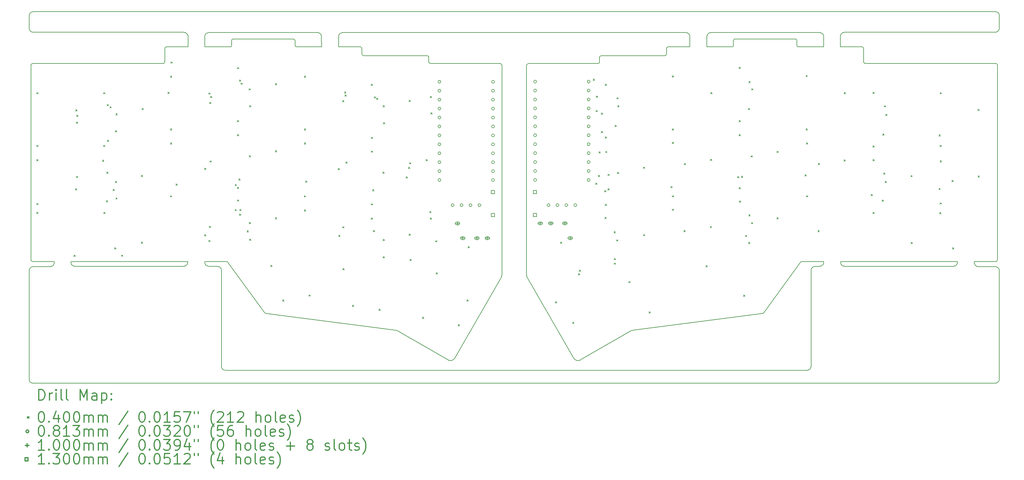
<source format=gbr>
%FSLAX45Y45*%
G04 Gerber Fmt 4.5, Leading zero omitted, Abs format (unit mm)*
G04 Created by KiCad (PCBNEW (5.1.10-1-10_14)) date 2021-12-22 18:05:12*
%MOMM*%
%LPD*%
G01*
G04 APERTURE LIST*
%TA.AperFunction,Profile*%
%ADD10C,0.200000*%
%TD*%
%ADD11C,0.200000*%
%ADD12C,0.300000*%
G04 APERTURE END LIST*
D10*
X11526550Y-10267000D02*
X11506380Y-10261577D01*
X11506380Y-10261577D02*
X11485928Y-10257400D01*
X11485928Y-10257400D02*
X11465252Y-10254478D01*
X11465252Y-10254478D02*
X11461094Y-10254046D01*
X6704390Y-8316663D02*
X6687037Y-8305365D01*
X6687037Y-8305365D02*
X6669034Y-8302007D01*
X7758693Y-9762379D02*
X7776048Y-9773662D01*
X7776048Y-9773662D02*
X7794049Y-9777009D01*
X14471321Y-8761772D02*
X14480269Y-8743885D01*
X14480269Y-8743885D02*
X14487817Y-8722423D01*
X14487817Y-8722423D02*
X14492435Y-8700159D01*
X14492435Y-8700159D02*
X14494044Y-8677390D01*
X14494044Y-8677390D02*
X14494030Y-8674523D01*
X10518882Y-2401771D02*
X10518882Y-2251911D01*
X12369016Y-2451809D02*
X10568920Y-2451809D01*
X14494030Y-2727017D02*
X14489097Y-2705348D01*
X14489097Y-2705348D02*
X14475836Y-2688448D01*
X14475836Y-2688448D02*
X14456533Y-2678606D01*
X14456533Y-2678606D02*
X14444042Y-2677030D01*
X14493978Y-2726890D02*
X14493978Y-8674295D01*
X5571750Y-8302031D02*
X2256750Y-8302031D01*
X1119037Y-2727017D02*
X1118860Y-8251893D01*
X4868912Y-2676853D02*
X1169050Y-2677030D01*
X8568926Y-1976829D02*
X6868906Y-1976829D01*
X8618964Y-2151835D02*
X8618964Y-2026867D01*
X10468844Y-2201873D02*
X9856750Y-2201873D01*
X11526550Y-10267000D02*
X12955958Y-11093108D01*
X12418800Y-2501847D02*
X12419029Y-2627018D01*
X12419029Y-2502024D02*
X12414103Y-2480346D01*
X12414103Y-2480346D02*
X12400843Y-2463438D01*
X12400843Y-2463438D02*
X12381538Y-2453590D01*
X12381538Y-2453590D02*
X12369042Y-2452012D01*
X4918950Y-2251911D02*
X4918950Y-2626815D01*
X6768830Y-2201873D02*
X6057750Y-2201873D01*
X6819046Y-2027019D02*
X6818868Y-2151835D01*
X14443940Y-2676853D02*
X12469041Y-2677030D01*
X1119037Y-8252020D02*
X1123973Y-8273696D01*
X1123973Y-8273696D02*
X1137242Y-8290598D01*
X1137242Y-8290598D02*
X1156553Y-8300436D01*
X1156553Y-8300436D02*
X1169049Y-8302007D01*
X1169049Y-8302007D02*
X1169050Y-8302007D01*
X1169050Y-2677030D02*
X1147372Y-2681955D01*
X1147372Y-2681955D02*
X1130463Y-2695215D01*
X1130463Y-2695215D02*
X1120615Y-2714522D01*
X1120615Y-2714522D02*
X1119037Y-2727017D01*
X1119037Y-2727017D02*
X1119037Y-2727017D01*
X4869039Y-2677030D02*
X4890717Y-2672105D01*
X4890717Y-2672105D02*
X4907626Y-2658844D01*
X4907626Y-2658844D02*
X4917474Y-2639538D01*
X4917474Y-2639538D02*
X4919051Y-2627043D01*
X4919051Y-2627043D02*
X4919051Y-2627018D01*
X4969038Y-2202025D02*
X4947369Y-2206958D01*
X4947369Y-2206958D02*
X4930469Y-2220219D01*
X4930469Y-2220219D02*
X4920627Y-2239521D01*
X4920627Y-2239521D02*
X4919051Y-2252013D01*
X6769033Y-2202025D02*
X6790712Y-2197100D01*
X6790712Y-2197100D02*
X6807620Y-2183840D01*
X6807620Y-2183840D02*
X6817468Y-2164533D01*
X6817468Y-2164533D02*
X6819046Y-2152038D01*
X6819046Y-2152038D02*
X6819046Y-2152013D01*
X6869033Y-1977007D02*
X6847357Y-1981943D01*
X6847357Y-1981943D02*
X6830455Y-1995212D01*
X6830455Y-1995212D02*
X6820616Y-2014523D01*
X6820616Y-2014523D02*
X6819046Y-2027019D01*
X6819046Y-2027019D02*
X6819046Y-2027019D01*
X8619041Y-2027019D02*
X8614116Y-2005341D01*
X8614116Y-2005341D02*
X8600855Y-1988432D01*
X8600855Y-1988432D02*
X8581549Y-1978584D01*
X8581549Y-1978584D02*
X8569053Y-1977007D01*
X8619041Y-2152013D02*
X8623966Y-2173691D01*
X8623966Y-2173691D02*
X8637226Y-2190600D01*
X8637226Y-2190600D02*
X8656533Y-2200448D01*
X8656533Y-2200448D02*
X8669028Y-2202025D01*
X8669028Y-2202025D02*
X8669053Y-2202025D01*
X10519035Y-2252013D02*
X10514102Y-2230343D01*
X10514102Y-2230343D02*
X10500841Y-2213444D01*
X10500841Y-2213444D02*
X10481539Y-2203601D01*
X10481539Y-2203601D02*
X10469048Y-2202025D01*
X10519035Y-2402025D02*
X10523971Y-2423700D01*
X10523971Y-2423700D02*
X10537240Y-2440602D01*
X10537240Y-2440602D02*
X10556551Y-2450441D01*
X10556551Y-2450441D02*
X10569047Y-2452012D01*
X13148770Y-11055161D02*
X14471372Y-8761925D01*
X13148460Y-11055623D02*
X13148770Y-11055161D01*
X12955958Y-11093108D02*
X12974364Y-11103587D01*
X12974364Y-11103587D02*
X12993639Y-11110987D01*
X12993639Y-11110987D02*
X13013456Y-11115372D01*
X13013456Y-11115372D02*
X13033490Y-11116805D01*
X13033490Y-11116805D02*
X13059973Y-11114234D01*
X13059973Y-11114234D02*
X13085486Y-11106679D01*
X13085486Y-11106679D02*
X13103518Y-11097834D01*
X13103518Y-11097834D02*
X13120242Y-11086333D01*
X13120242Y-11086333D02*
X13135332Y-11072242D01*
X13135332Y-11072242D02*
X13148460Y-11055623D01*
X7794049Y-9777009D02*
X11461094Y-10254046D01*
X6704390Y-8316663D02*
X7758693Y-9762379D01*
X12419029Y-2627018D02*
X12423954Y-2648696D01*
X12423954Y-2648696D02*
X12437215Y-2665605D01*
X12437215Y-2665605D02*
X12456521Y-2675453D01*
X12456521Y-2675453D02*
X12469017Y-2677030D01*
X12469017Y-2677030D02*
X12469041Y-2677030D01*
X8669053Y-2202025D02*
X9372750Y-2202025D01*
X4969038Y-2202025D02*
X5581750Y-2202025D01*
X1169050Y-8302007D02*
X1780750Y-8302031D01*
X6669034Y-8302007D02*
X6055750Y-8302107D01*
X23020466Y-8302807D02*
X23632750Y-8302807D01*
X28520450Y-8302807D02*
X27907750Y-8302807D01*
X24720462Y-2202825D02*
X24107750Y-2202825D01*
X21020447Y-2202825D02*
X20316750Y-2202825D01*
X17220483Y-2677830D02*
X17220459Y-2677830D01*
X17270471Y-2627818D02*
X17265546Y-2649496D01*
X17265546Y-2649496D02*
X17252285Y-2666405D01*
X17252285Y-2666405D02*
X17232978Y-2676253D01*
X17232978Y-2676253D02*
X17220483Y-2677830D01*
X22985109Y-8317463D02*
X21930807Y-9763179D01*
X21930807Y-9763179D02*
X21913452Y-9774462D01*
X21913452Y-9774462D02*
X21895451Y-9777809D01*
X21895451Y-9777809D02*
X18228406Y-10254846D01*
X16733542Y-11093908D02*
X16715136Y-11104387D01*
X16715136Y-11104387D02*
X16695861Y-11111787D01*
X16695861Y-11111787D02*
X16676044Y-11116172D01*
X16676044Y-11116172D02*
X16656010Y-11117605D01*
X16656010Y-11117605D02*
X16629527Y-11115034D01*
X16629527Y-11115034D02*
X16604014Y-11107479D01*
X16604014Y-11107479D02*
X16585982Y-11098634D01*
X16585982Y-11098634D02*
X16569258Y-11087133D01*
X16569258Y-11087133D02*
X16554168Y-11073042D01*
X16554168Y-11073042D02*
X16541040Y-11056423D01*
X16541040Y-11056423D02*
X16540730Y-11055961D01*
X16540730Y-11055961D02*
X15218128Y-8762725D01*
X19170465Y-2402825D02*
X19165529Y-2424500D01*
X19165529Y-2424500D02*
X19152260Y-2441402D01*
X19152260Y-2441402D02*
X19132949Y-2451241D01*
X19132949Y-2451241D02*
X19120453Y-2452812D01*
X19170465Y-2252813D02*
X19175398Y-2231143D01*
X19175398Y-2231143D02*
X19188659Y-2214244D01*
X19188659Y-2214244D02*
X19207961Y-2204401D01*
X19207961Y-2204401D02*
X19220452Y-2202825D01*
X21020472Y-2202825D02*
X21020447Y-2202825D01*
X21070459Y-2152813D02*
X21065534Y-2174491D01*
X21065534Y-2174491D02*
X21052274Y-2191400D01*
X21052274Y-2191400D02*
X21032967Y-2201248D01*
X21032967Y-2201248D02*
X21020472Y-2202825D01*
X21070459Y-2027819D02*
X21075384Y-2006141D01*
X21075384Y-2006141D02*
X21088645Y-1989232D01*
X21088645Y-1989232D02*
X21107951Y-1979384D01*
X21107951Y-1979384D02*
X21120447Y-1977807D01*
X22870454Y-2027819D02*
X22870454Y-2027819D01*
X22820467Y-1977807D02*
X22842143Y-1982743D01*
X22842143Y-1982743D02*
X22859045Y-1996012D01*
X22859045Y-1996012D02*
X22868883Y-2015323D01*
X22868883Y-2015323D02*
X22870454Y-2027819D01*
X22870454Y-2152838D02*
X22870454Y-2152813D01*
X22920466Y-2202825D02*
X22898788Y-2197900D01*
X22898788Y-2197900D02*
X22881880Y-2184640D01*
X22881880Y-2184640D02*
X22872032Y-2165333D01*
X22872032Y-2165333D02*
X22870454Y-2152838D01*
X24720462Y-2202825D02*
X24742131Y-2207758D01*
X24742131Y-2207758D02*
X24759030Y-2221019D01*
X24759030Y-2221019D02*
X24768873Y-2240321D01*
X24768873Y-2240321D02*
X24770449Y-2252813D01*
X24770449Y-2627843D02*
X24770449Y-2627818D01*
X24820461Y-2677830D02*
X24798783Y-2672905D01*
X24798783Y-2672905D02*
X24781874Y-2659644D01*
X24781874Y-2659644D02*
X24772026Y-2640338D01*
X24772026Y-2640338D02*
X24770449Y-2627843D01*
X28570463Y-2727817D02*
X28570463Y-2727817D01*
X28520450Y-2677830D02*
X28542128Y-2682755D01*
X28542128Y-2682755D02*
X28559037Y-2696015D01*
X28559037Y-2696015D02*
X28568885Y-2715322D01*
X28568885Y-2715322D02*
X28570463Y-2727817D01*
X28520451Y-8302807D02*
X28520450Y-8302807D01*
X28570463Y-8252820D02*
X28565527Y-8274496D01*
X28565527Y-8274496D02*
X28552258Y-8291398D01*
X28552258Y-8291398D02*
X28532947Y-8301236D01*
X28532947Y-8301236D02*
X28520451Y-8302807D01*
X22985109Y-8317463D02*
X23002462Y-8306165D01*
X23002462Y-8306165D02*
X23020466Y-8302807D01*
X15245559Y-2677653D02*
X17220459Y-2677830D01*
X22870632Y-2027667D02*
X22870632Y-2152635D01*
X22920670Y-2202673D02*
X23631750Y-2202673D01*
X24770550Y-2252711D02*
X24770550Y-2627615D01*
X17270471Y-2502824D02*
X17275397Y-2481146D01*
X17275397Y-2481146D02*
X17288657Y-2464238D01*
X17288657Y-2464238D02*
X17307962Y-2454390D01*
X17307962Y-2454390D02*
X17320458Y-2452812D01*
X17270700Y-2502647D02*
X17270471Y-2627818D01*
X18162950Y-10267800D02*
X16733542Y-11093908D01*
X19220656Y-2202673D02*
X19832750Y-2202673D01*
X21070536Y-2152635D02*
X21070536Y-2027667D01*
X21120574Y-1977629D02*
X22820594Y-1977629D01*
X24820588Y-2677653D02*
X28520450Y-2677830D01*
X28570463Y-2727817D02*
X28570640Y-8252693D01*
X24117750Y-8302731D02*
X27432750Y-8302731D01*
X15195522Y-2727690D02*
X15195522Y-8675095D01*
X15195470Y-2727817D02*
X15200402Y-2706148D01*
X15200402Y-2706148D02*
X15213664Y-2689248D01*
X15213664Y-2689248D02*
X15232967Y-2679406D01*
X15232967Y-2679406D02*
X15245458Y-2677830D01*
X17320484Y-2452609D02*
X19120580Y-2452609D01*
X19170618Y-2402571D02*
X19170618Y-2252711D01*
X15218179Y-8762572D02*
X15209231Y-8744685D01*
X15209231Y-8744685D02*
X15201683Y-8723223D01*
X15201683Y-8723223D02*
X15197065Y-8700959D01*
X15197065Y-8700959D02*
X15195456Y-8678190D01*
X15195456Y-8678190D02*
X15195470Y-8675323D01*
X18162950Y-10267800D02*
X18183119Y-10262377D01*
X18183119Y-10262377D02*
X18203571Y-10258200D01*
X18203571Y-10258200D02*
X18224248Y-10255278D01*
X18224248Y-10255278D02*
X18228406Y-10254846D01*
X2256250Y-8325300D02*
X2258600Y-8347600D01*
X2256250Y-8324700D02*
X2256250Y-8325300D01*
X2256750Y-8302031D02*
X2256250Y-8324700D01*
X1778860Y-8348800D02*
X1778770Y-8349300D01*
X1778960Y-8348400D02*
X1778860Y-8348800D01*
X1778960Y-8348300D02*
X1778960Y-8348400D01*
X1778960Y-8348300D02*
X1778960Y-8348300D01*
X1778960Y-8348300D02*
X1778960Y-8348300D01*
X1781230Y-8325200D02*
X1778960Y-8348300D01*
X1781230Y-8325200D02*
X1781230Y-8325200D01*
X1781250Y-8325000D02*
X1781230Y-8325200D01*
X1780750Y-8302031D02*
X1781250Y-8325000D01*
X1068750Y-8562500D02*
X1068750Y-11649700D01*
X28619450Y-8560800D02*
X28619550Y-11648600D01*
X6582070Y-11374500D02*
X6601660Y-11384900D01*
X19798350Y-1830660D02*
X19781150Y-1816630D01*
X19781150Y-1816630D02*
X19761550Y-1806210D01*
X28586450Y-11729000D02*
X28600450Y-11711800D01*
X28030250Y-8447600D02*
X28007150Y-8445300D01*
X6056250Y-1912500D02*
X6057750Y-2201873D01*
X6058440Y-1890160D02*
X6056250Y-1912500D01*
X6064860Y-1868910D02*
X6058440Y-1890160D01*
X6075280Y-1849320D02*
X6064860Y-1868910D01*
X6089300Y-1832120D02*
X6075280Y-1849320D01*
X6106410Y-1817970D02*
X6089300Y-1832120D01*
X6125930Y-1807410D02*
X6106410Y-1817970D01*
X6147130Y-1800850D02*
X6125930Y-1807410D01*
X6169440Y-1798500D02*
X6147130Y-1800850D01*
X6170020Y-1798500D02*
X6169440Y-1798500D01*
X9257260Y-1798500D02*
X6170020Y-1798500D01*
X9279590Y-1800690D02*
X9257260Y-1798500D01*
X9300840Y-1807110D02*
X9279590Y-1800690D01*
X9320430Y-1817530D02*
X9300840Y-1807110D01*
X9337630Y-1831560D02*
X9320430Y-1817530D01*
X9351780Y-1848660D02*
X9337630Y-1831560D01*
X9362340Y-1868180D02*
X9351780Y-1848660D01*
X9368900Y-1889380D02*
X9362340Y-1868180D01*
X9371250Y-1911690D02*
X9368900Y-1889380D01*
X9371250Y-1912270D02*
X9371250Y-1911690D01*
X9372750Y-2202025D02*
X9371250Y-1912270D01*
X20317050Y-1911600D02*
X20316750Y-2202825D01*
X20319150Y-1889260D02*
X20317050Y-1911600D01*
X20325650Y-1868010D02*
X20319150Y-1889260D01*
X20336050Y-1848420D02*
X20325650Y-1868010D01*
X20350050Y-1831220D02*
X20336050Y-1848420D01*
X20367150Y-1817070D02*
X20350050Y-1831220D01*
X20386650Y-1806510D02*
X20367150Y-1817070D01*
X20407850Y-1799950D02*
X20386650Y-1806510D01*
X20430150Y-1797600D02*
X20407850Y-1799950D01*
X20430750Y-1797600D02*
X20430150Y-1797600D01*
X23518050Y-1797600D02*
X20430750Y-1797600D01*
X23540350Y-1799790D02*
X23518050Y-1797600D01*
X23561550Y-1806210D02*
X23540350Y-1799790D01*
X23581150Y-1816630D02*
X23561550Y-1806210D01*
X23598350Y-1830660D02*
X23581150Y-1816630D01*
X23612550Y-1847760D02*
X23598350Y-1830660D01*
X23623050Y-1867280D02*
X23612550Y-1847760D01*
X23629650Y-1888480D02*
X23623050Y-1867280D01*
X23631950Y-1910790D02*
X23629650Y-1888480D01*
X23631950Y-1911370D02*
X23631950Y-1910790D01*
X23631750Y-2202673D02*
X23631950Y-1911370D01*
X5571250Y-8324500D02*
X5571750Y-8302031D01*
X5569060Y-8346800D02*
X5571250Y-8324500D01*
X5562640Y-8368100D02*
X5569060Y-8346800D01*
X5552220Y-8387700D02*
X5562640Y-8368100D01*
X5538200Y-8404900D02*
X5552220Y-8387700D01*
X5521090Y-8419000D02*
X5538200Y-8404900D01*
X5501570Y-8429600D02*
X5521090Y-8419000D01*
X5480370Y-8436200D02*
X5501570Y-8429600D01*
X5458060Y-8438500D02*
X5480370Y-8436200D01*
X5457480Y-8438500D02*
X5458060Y-8438500D01*
X2370240Y-8438500D02*
X5457480Y-8438500D01*
X2347910Y-8436300D02*
X2370240Y-8438500D01*
X2326660Y-8429900D02*
X2347910Y-8436300D01*
X2307070Y-8419500D02*
X2326660Y-8429900D01*
X2289860Y-8405400D02*
X2307070Y-8419500D01*
X2275720Y-8388300D02*
X2289860Y-8405400D01*
X2265160Y-8368800D02*
X2275720Y-8388300D01*
X2258600Y-8347600D02*
X2265160Y-8368800D01*
X27431950Y-8323600D02*
X27432750Y-8302731D01*
X27429850Y-8345900D02*
X27431950Y-8323600D01*
X27423350Y-8367200D02*
X27429850Y-8345900D01*
X27412950Y-8386800D02*
X27423350Y-8367200D01*
X27398950Y-8404000D02*
X27412950Y-8386800D01*
X27381850Y-8418100D02*
X27398950Y-8404000D01*
X27362350Y-8428700D02*
X27381850Y-8418100D01*
X27341150Y-8435300D02*
X27362350Y-8428700D01*
X27318850Y-8437600D02*
X27341150Y-8435300D01*
X27318250Y-8437600D02*
X27318850Y-8437600D01*
X24230950Y-8437600D02*
X27318250Y-8437600D01*
X24208650Y-8435400D02*
X24230950Y-8437600D01*
X24187450Y-8429000D02*
X24208650Y-8435400D01*
X24167850Y-8418600D02*
X24187450Y-8429000D01*
X24150650Y-8404500D02*
X24167850Y-8418600D01*
X24136450Y-8387400D02*
X24150650Y-8404500D01*
X24125950Y-8367900D02*
X24136450Y-8387400D01*
X24119350Y-8346700D02*
X24125950Y-8367900D01*
X24117050Y-8324400D02*
X24119350Y-8346700D01*
X24117050Y-8323800D02*
X24117050Y-8324400D01*
X24117750Y-8302731D02*
X24117050Y-8323800D01*
X9856250Y-1912500D02*
X9856750Y-2201873D01*
X9858450Y-1890160D02*
X9856250Y-1912500D01*
X9864850Y-1868910D02*
X9858450Y-1890160D01*
X9875250Y-1849320D02*
X9864850Y-1868910D01*
X9889350Y-1832120D02*
X9875250Y-1849320D01*
X9906450Y-1817970D02*
X9889350Y-1832120D01*
X9925950Y-1807410D02*
X9906450Y-1817970D01*
X9947150Y-1800850D02*
X9925950Y-1807410D01*
X9969450Y-1798500D02*
X9947150Y-1800850D01*
X9970050Y-1798500D02*
X9969450Y-1798500D01*
X19718050Y-1797600D02*
X9970050Y-1798500D01*
X19740350Y-1799790D02*
X19718050Y-1797600D01*
X19761550Y-1806210D02*
X19740350Y-1799790D01*
X19812550Y-1847760D02*
X19798350Y-1830660D01*
X19823050Y-1867280D02*
X19812550Y-1847760D01*
X19829650Y-1888480D02*
X19823050Y-1867280D01*
X19831950Y-1910790D02*
X19829650Y-1888480D01*
X19831950Y-1911370D02*
X19831950Y-1910790D01*
X19832750Y-2202673D02*
X19831950Y-1911370D01*
X23632050Y-8323600D02*
X23632750Y-8302807D01*
X23629850Y-8345900D02*
X23632050Y-8323600D01*
X23623350Y-8367200D02*
X23629850Y-8345900D01*
X23612950Y-8386800D02*
X23623350Y-8367200D01*
X23598950Y-8404000D02*
X23612950Y-8386800D01*
X23581850Y-8418100D02*
X23598950Y-8404000D01*
X23562350Y-8428700D02*
X23581850Y-8418100D01*
X23541150Y-8435300D02*
X23562350Y-8428700D01*
X23518850Y-8437600D02*
X23541150Y-8435300D01*
X23518250Y-8437600D02*
X23518850Y-8437600D01*
X23399250Y-8437600D02*
X23518250Y-8437600D01*
X23399250Y-8437600D02*
X23399250Y-8437600D01*
X23398650Y-8437600D02*
X23399250Y-8437600D01*
X23398450Y-8437600D02*
X23398650Y-8437600D01*
X23398250Y-8437600D02*
X23398450Y-8437600D01*
X23398150Y-8437600D02*
X23398250Y-8437600D01*
X23375050Y-8440100D02*
X23398150Y-8437600D01*
X23374650Y-8440100D02*
X23375050Y-8440100D01*
X23374250Y-8440200D02*
X23374650Y-8440100D01*
X23374150Y-8440300D02*
X23374250Y-8440200D01*
X23374150Y-8440300D02*
X23374150Y-8440300D01*
X23352050Y-8447100D02*
X23374150Y-8440300D01*
X23351550Y-8447300D02*
X23352050Y-8447100D01*
X23351150Y-8447400D02*
X23351550Y-8447300D01*
X23351150Y-8447500D02*
X23351150Y-8447400D01*
X23351150Y-8447500D02*
X23351150Y-8447500D01*
X23351150Y-8447500D02*
X23351150Y-8447500D01*
X23330750Y-8458500D02*
X23351150Y-8447500D01*
X23330350Y-8458800D02*
X23330750Y-8458500D01*
X23329950Y-8459000D02*
X23330350Y-8458800D01*
X23329950Y-8459100D02*
X23329950Y-8459000D01*
X23312050Y-8473800D02*
X23329950Y-8459100D01*
X23311750Y-8474100D02*
X23312050Y-8473800D01*
X23311450Y-8474500D02*
X23311750Y-8474100D01*
X23311350Y-8474500D02*
X23311450Y-8474500D01*
X23296750Y-8492500D02*
X23311350Y-8474500D01*
X23296450Y-8492900D02*
X23296750Y-8492500D01*
X23296250Y-8493200D02*
X23296450Y-8492900D01*
X23296150Y-8493300D02*
X23296250Y-8493200D01*
X23296150Y-8493300D02*
X23296150Y-8493300D01*
X23296150Y-8493300D02*
X23296150Y-8493300D01*
X23285250Y-8513800D02*
X23296150Y-8493300D01*
X23285150Y-8514200D02*
X23285250Y-8513800D01*
X23284950Y-8514600D02*
X23285150Y-8514200D01*
X23284950Y-8514700D02*
X23284950Y-8514600D01*
X23278250Y-8536800D02*
X23284950Y-8514700D01*
X23278150Y-8537300D02*
X23278250Y-8536800D01*
X23278050Y-8537700D02*
X23278150Y-8537300D01*
X23278050Y-8537800D02*
X23278050Y-8537700D01*
X23278050Y-8537800D02*
X23278050Y-8537800D01*
X23278050Y-8537800D02*
X23278050Y-8537800D01*
X23275750Y-8560900D02*
X23278050Y-8537800D01*
X23275750Y-8560900D02*
X23275750Y-8560900D01*
X23275750Y-8561100D02*
X23275750Y-8560900D01*
X23275750Y-11278600D02*
X23275750Y-8561100D01*
X23273550Y-11300900D02*
X23275750Y-11278600D01*
X23267150Y-11322200D02*
X23273550Y-11300900D01*
X23256750Y-11341800D02*
X23267150Y-11322200D01*
X23242650Y-11359000D02*
X23256750Y-11341800D01*
X23225550Y-11373100D02*
X23242650Y-11359000D01*
X23206050Y-11383700D02*
X23225550Y-11373100D01*
X23184850Y-11390300D02*
X23206050Y-11383700D01*
X23162550Y-11392600D02*
X23184850Y-11390300D01*
X23161950Y-11392600D02*
X23162550Y-11392600D01*
X6645450Y-11393400D02*
X23161950Y-11392600D01*
X6622910Y-11391300D02*
X6645240Y-11393500D01*
X6601660Y-11384900D02*
X6622910Y-11391300D01*
X6564860Y-11360400D02*
X6582070Y-11374500D01*
X6550720Y-11343300D02*
X6564860Y-11360400D01*
X6540160Y-11323800D02*
X6550720Y-11343300D01*
X6533600Y-11302600D02*
X6540160Y-11323800D01*
X6531250Y-11280300D02*
X6533600Y-11302600D01*
X6531250Y-11279700D02*
X6531250Y-11280300D01*
X6531250Y-8562000D02*
X6531250Y-11279700D01*
X6531250Y-8562000D02*
X6531250Y-8562000D01*
X6531250Y-8561400D02*
X6531250Y-8562000D01*
X6531220Y-8561200D02*
X6531250Y-8561400D01*
X6531230Y-8561000D02*
X6531220Y-8561200D01*
X6531220Y-8560900D02*
X6531230Y-8561000D01*
X6528800Y-8537900D02*
X6531220Y-8560900D01*
X6528710Y-8537400D02*
X6528800Y-8537900D01*
X6528620Y-8537000D02*
X6528710Y-8537400D01*
X6528600Y-8536900D02*
X6528620Y-8537000D01*
X6521750Y-8514800D02*
X6528600Y-8536900D01*
X6521570Y-8514300D02*
X6521750Y-8514800D01*
X6521400Y-8513900D02*
X6521570Y-8514300D01*
X6521370Y-8513900D02*
X6521400Y-8513900D01*
X6521370Y-8513900D02*
X6521370Y-8513900D01*
X6521370Y-8513900D02*
X6521370Y-8513900D01*
X6510350Y-8493500D02*
X6521370Y-8513900D01*
X6510090Y-8493100D02*
X6510350Y-8493500D01*
X6509840Y-8492700D02*
X6510090Y-8493100D01*
X6509800Y-8492700D02*
X6509840Y-8492700D01*
X6495030Y-8474800D02*
X6509800Y-8492700D01*
X6494700Y-8474500D02*
X6495030Y-8474800D01*
X6494390Y-8474200D02*
X6494700Y-8474500D01*
X6494340Y-8474100D02*
X6494390Y-8474200D01*
X6476380Y-8459500D02*
X6494340Y-8474100D01*
X6476000Y-8459200D02*
X6476380Y-8459500D01*
X6475620Y-8459000D02*
X6476000Y-8459200D01*
X6475560Y-8458900D02*
X6475620Y-8459000D01*
X6475560Y-8458900D02*
X6475560Y-8458900D01*
X6475560Y-8458900D02*
X6475560Y-8458900D01*
X6455100Y-8448000D02*
X6475560Y-8458900D01*
X6454680Y-8447900D02*
X6455100Y-8448000D01*
X6454260Y-8447700D02*
X6454680Y-8447900D01*
X6454200Y-8447700D02*
X6454260Y-8447700D01*
X6432010Y-8441000D02*
X6454200Y-8447700D01*
X6431560Y-8440900D02*
X6432010Y-8441000D01*
X6431120Y-8440800D02*
X6431560Y-8440900D01*
X6431050Y-8440800D02*
X6431120Y-8440800D01*
X6431050Y-8440800D02*
X6431050Y-8440800D01*
X6431050Y-8440800D02*
X6431050Y-8440800D01*
X6407990Y-8438500D02*
X6431050Y-8440800D01*
X6407990Y-8438500D02*
X6407990Y-8438500D01*
X6407740Y-8438500D02*
X6407990Y-8438500D01*
X6170240Y-8438500D02*
X6407740Y-8438500D01*
X6147910Y-8436300D02*
X6170240Y-8438500D01*
X6126660Y-8429900D02*
X6147910Y-8436300D01*
X6107070Y-8419500D02*
X6126660Y-8429900D01*
X6089860Y-8405400D02*
X6107070Y-8419500D01*
X6075720Y-8388300D02*
X6089860Y-8405400D01*
X6065160Y-8368800D02*
X6075720Y-8388300D01*
X6058600Y-8347600D02*
X6065160Y-8368800D01*
X6056250Y-8325300D02*
X6058600Y-8347600D01*
X6056250Y-8324700D02*
X6056250Y-8325300D01*
X6055750Y-8302107D02*
X6056250Y-8324700D01*
X5581250Y-1912010D02*
X5581750Y-2202025D01*
X5581250Y-1912000D02*
X5581250Y-1912010D01*
X5581250Y-1911410D02*
X5581250Y-1912000D01*
X5581220Y-1911190D02*
X5581250Y-1911410D01*
X5581230Y-1910970D02*
X5581220Y-1911190D01*
X5581220Y-1910900D02*
X5581230Y-1910970D01*
X5578800Y-1887850D02*
X5581220Y-1910900D01*
X5578710Y-1887410D02*
X5578800Y-1887850D01*
X5578620Y-1886960D02*
X5578710Y-1887410D01*
X5578600Y-1886900D02*
X5578620Y-1886960D01*
X5571750Y-1864760D02*
X5578600Y-1886900D01*
X5571570Y-1864340D02*
X5571750Y-1864760D01*
X5571400Y-1863920D02*
X5571570Y-1864340D01*
X5571370Y-1863860D02*
X5571400Y-1863920D01*
X5571370Y-1863860D02*
X5571370Y-1863860D01*
X5571370Y-1863860D02*
X5571370Y-1863860D01*
X5560350Y-1843470D02*
X5571370Y-1863860D01*
X5560090Y-1843090D02*
X5560350Y-1843470D01*
X5559840Y-1842710D02*
X5560090Y-1843090D01*
X5559800Y-1842660D02*
X5559840Y-1842710D01*
X5545030Y-1824800D02*
X5559800Y-1842660D01*
X5544700Y-1824480D02*
X5545030Y-1824800D01*
X5544390Y-1824160D02*
X5544700Y-1824480D01*
X5544340Y-1824120D02*
X5544390Y-1824160D01*
X5526380Y-1809470D02*
X5544340Y-1824120D01*
X5526000Y-1809220D02*
X5526380Y-1809470D01*
X5525620Y-1808960D02*
X5526000Y-1809220D01*
X5525560Y-1808930D02*
X5525620Y-1808960D01*
X5525560Y-1808930D02*
X5525560Y-1808930D01*
X5525560Y-1808930D02*
X5525560Y-1808930D01*
X5505100Y-1798050D02*
X5525560Y-1808930D01*
X5504680Y-1797870D02*
X5505100Y-1798050D01*
X5504260Y-1797700D02*
X5504680Y-1797870D01*
X5504200Y-1797680D02*
X5504260Y-1797700D01*
X5482010Y-1790980D02*
X5504200Y-1797680D01*
X5481560Y-1790890D02*
X5482010Y-1790980D01*
X5481120Y-1790790D02*
X5481560Y-1790890D01*
X5481050Y-1790790D02*
X5481120Y-1790790D01*
X5481050Y-1790790D02*
X5481050Y-1790790D01*
X5481050Y-1790790D02*
X5481050Y-1790790D01*
X5457990Y-1788530D02*
X5481050Y-1790790D01*
X5457990Y-1788530D02*
X5457990Y-1788530D01*
X5457740Y-1788500D02*
X5457990Y-1788530D01*
X1182740Y-1788500D02*
X5457740Y-1788500D01*
X1160410Y-1786310D02*
X1182740Y-1788500D01*
X1139160Y-1779900D02*
X1160410Y-1786310D01*
X1119570Y-1769480D02*
X1139160Y-1779900D01*
X1102360Y-1755450D02*
X1119570Y-1769480D01*
X1088220Y-1738350D02*
X1102360Y-1755450D01*
X1077660Y-1718820D02*
X1088220Y-1738350D01*
X1071100Y-1697620D02*
X1077660Y-1718820D01*
X1068750Y-1675310D02*
X1071100Y-1697620D01*
X1068750Y-1674730D02*
X1068750Y-1675310D01*
X1068750Y-1318750D02*
X1068750Y-1674730D01*
X1070940Y-1296410D02*
X1068750Y-1318750D01*
X1077360Y-1275160D02*
X1070940Y-1296410D01*
X1087780Y-1255570D02*
X1077360Y-1275160D01*
X1101800Y-1238370D02*
X1087780Y-1255570D01*
X1118910Y-1224220D02*
X1101800Y-1238370D01*
X1138430Y-1213660D02*
X1118910Y-1224220D01*
X1159630Y-1207100D02*
X1138430Y-1213660D01*
X1181940Y-1204750D02*
X1159630Y-1207100D01*
X1182520Y-1204750D02*
X1181940Y-1204750D01*
X28505550Y-1203850D02*
X1182520Y-1204750D01*
X28527850Y-1206040D02*
X28505550Y-1203850D01*
X28549050Y-1212460D02*
X28527850Y-1206040D01*
X28568650Y-1222880D02*
X28549050Y-1212460D01*
X28585850Y-1236910D02*
X28568650Y-1222880D01*
X28600050Y-1254010D02*
X28585850Y-1236910D01*
X28610550Y-1273530D02*
X28600050Y-1254010D01*
X28617150Y-1294730D02*
X28610550Y-1273530D01*
X28619450Y-1317040D02*
X28617150Y-1294730D01*
X28619450Y-1317620D02*
X28619450Y-1317040D01*
X28619550Y-1673610D02*
X28619450Y-1317620D01*
X28617350Y-1695940D02*
X28619550Y-1673610D01*
X28610850Y-1717190D02*
X28617350Y-1695940D01*
X28600450Y-1736790D02*
X28610850Y-1717190D01*
X28586450Y-1753990D02*
X28600450Y-1736790D01*
X28569350Y-1768140D02*
X28586450Y-1753990D01*
X28549850Y-1778690D02*
X28569350Y-1768140D01*
X28528650Y-1785260D02*
X28549850Y-1778690D01*
X28506350Y-1787600D02*
X28528650Y-1785260D01*
X28505750Y-1787600D02*
X28506350Y-1787600D01*
X24230550Y-1787600D02*
X28505750Y-1787600D01*
X24230450Y-1787600D02*
X24230550Y-1787600D01*
X24229950Y-1787600D02*
X24230450Y-1787600D01*
X24229650Y-1787630D02*
X24229950Y-1787600D01*
X24229450Y-1787630D02*
X24229650Y-1787630D01*
X24229350Y-1787630D02*
X24229450Y-1787630D01*
X24206350Y-1790050D02*
X24229350Y-1787630D01*
X24205950Y-1790150D02*
X24206350Y-1790050D01*
X24205450Y-1790230D02*
X24205950Y-1790150D01*
X24205350Y-1790250D02*
X24205450Y-1790230D01*
X24205350Y-1790250D02*
X24205350Y-1790250D01*
X24183250Y-1797100D02*
X24205350Y-1790250D01*
X24182850Y-1797280D02*
X24183250Y-1797100D01*
X24182450Y-1797450D02*
X24182850Y-1797280D01*
X24182350Y-1797480D02*
X24182450Y-1797450D01*
X24182350Y-1797480D02*
X24182350Y-1797480D01*
X24182350Y-1797480D02*
X24182350Y-1797480D01*
X24161950Y-1808510D02*
X24182350Y-1797480D01*
X24161550Y-1808760D02*
X24161950Y-1808510D01*
X24161250Y-1809010D02*
X24161550Y-1808760D01*
X24161150Y-1809050D02*
X24161250Y-1809010D01*
X24143350Y-1823820D02*
X24161150Y-1809050D01*
X24142950Y-1824150D02*
X24143350Y-1823820D01*
X24142650Y-1824460D02*
X24142950Y-1824150D01*
X24142650Y-1824520D02*
X24142650Y-1824460D01*
X24127950Y-1842480D02*
X24142650Y-1824520D01*
X24127750Y-1842850D02*
X24127950Y-1842480D01*
X24127450Y-1843230D02*
X24127750Y-1842850D01*
X24127450Y-1843290D02*
X24127450Y-1843230D01*
X24127450Y-1843290D02*
X24127450Y-1843290D01*
X24127450Y-1843290D02*
X24127450Y-1843290D01*
X24116550Y-1863750D02*
X24127450Y-1843290D01*
X24116350Y-1864170D02*
X24116550Y-1863750D01*
X24116150Y-1864590D02*
X24116350Y-1864170D01*
X24116150Y-1864650D02*
X24116150Y-1864590D01*
X24109450Y-1886840D02*
X24116150Y-1864650D01*
X24109350Y-1887290D02*
X24109450Y-1886840D01*
X24109250Y-1887730D02*
X24109350Y-1887290D01*
X24109250Y-1887800D02*
X24109250Y-1887730D01*
X24109250Y-1887800D02*
X24109250Y-1887800D01*
X24109250Y-1887800D02*
X24109250Y-1887800D01*
X24107050Y-1910860D02*
X24109250Y-1887800D01*
X24106950Y-1911110D02*
X24107050Y-1910860D01*
X24107750Y-2202825D02*
X24106950Y-1911110D01*
X27906950Y-8324100D02*
X27907750Y-8302807D01*
X27907050Y-8324100D02*
X27906950Y-8324100D01*
X27907050Y-8324700D02*
X27907050Y-8324100D01*
X27907050Y-8324900D02*
X27907050Y-8324700D01*
X27907050Y-8325100D02*
X27907050Y-8324900D01*
X27907050Y-8325200D02*
X27907050Y-8325100D01*
X27909450Y-8348300D02*
X27907050Y-8325200D01*
X27909550Y-8348700D02*
X27909450Y-8348300D01*
X27909650Y-8349100D02*
X27909550Y-8348700D01*
X27909650Y-8349200D02*
X27909650Y-8349100D01*
X27916550Y-8371300D02*
X27909650Y-8349200D01*
X27916650Y-8371800D02*
X27916550Y-8371300D01*
X27916850Y-8372200D02*
X27916650Y-8371800D01*
X27916850Y-8372200D02*
X27916850Y-8372200D01*
X27916850Y-8372200D02*
X27916850Y-8372200D01*
X27916850Y-8372200D02*
X27916850Y-8372200D01*
X27927950Y-8392600D02*
X27916850Y-8372200D01*
X27928150Y-8393000D02*
X27927950Y-8392600D01*
X27928450Y-8393400D02*
X27928150Y-8393000D01*
X27928450Y-8393400D02*
X27928450Y-8393400D01*
X27943250Y-8411300D02*
X27928450Y-8393400D01*
X27943550Y-8411600D02*
X27943250Y-8411300D01*
X27943850Y-8411900D02*
X27943550Y-8411600D01*
X27943950Y-8412000D02*
X27943850Y-8411900D01*
X27943950Y-8412000D02*
X27943950Y-8412000D01*
X27943950Y-8412000D02*
X27943950Y-8412000D01*
X27961850Y-8426600D02*
X27943950Y-8412000D01*
X27962250Y-8426900D02*
X27961850Y-8426600D01*
X27962650Y-8427100D02*
X27962250Y-8426900D01*
X27962650Y-8427200D02*
X27962650Y-8427100D01*
X27962650Y-8427200D02*
X27962650Y-8427200D01*
X27983150Y-8438100D02*
X27962650Y-8427200D01*
X27983550Y-8438200D02*
X27983150Y-8438100D01*
X27983950Y-8438400D02*
X27983550Y-8438200D01*
X27984050Y-8438400D02*
X27983950Y-8438400D01*
X28006250Y-8445100D02*
X27984050Y-8438400D01*
X28006650Y-8445200D02*
X28006250Y-8445100D01*
X28007150Y-8445300D02*
X28006650Y-8445200D01*
X28007150Y-8445300D02*
X28007150Y-8445300D01*
X28007150Y-8445300D02*
X28007150Y-8445300D01*
X28007150Y-8445300D02*
X28007150Y-8445300D01*
X28030250Y-8447600D02*
X28030250Y-8447600D01*
X28030550Y-8447600D02*
X28030250Y-8447600D01*
X28505550Y-8447600D02*
X28030550Y-8447600D01*
X28527850Y-8449800D02*
X28505550Y-8447600D01*
X28549050Y-8456200D02*
X28527850Y-8449800D01*
X28568650Y-8466600D02*
X28549050Y-8456200D01*
X28585850Y-8480700D02*
X28568650Y-8466600D01*
X28600050Y-8497800D02*
X28585850Y-8480700D01*
X28610550Y-8517300D02*
X28600050Y-8497800D01*
X28617150Y-8538500D02*
X28610550Y-8517300D01*
X28619450Y-8560800D02*
X28617150Y-8538500D01*
X28617350Y-11670900D02*
X28619550Y-11648600D01*
X28610850Y-11692200D02*
X28617350Y-11670900D01*
X28600450Y-11711800D02*
X28610850Y-11692200D01*
X28569350Y-11743100D02*
X28586450Y-11729000D01*
X28549850Y-11753700D02*
X28569350Y-11743100D01*
X28528650Y-11760300D02*
X28549850Y-11753700D01*
X28506350Y-11762600D02*
X28528650Y-11760300D01*
X28505750Y-11762600D02*
X28506350Y-11762600D01*
X1182740Y-11763500D02*
X28505750Y-11762600D01*
X1160410Y-11761300D02*
X1182740Y-11763500D01*
X1139160Y-11754900D02*
X1160410Y-11761300D01*
X1119570Y-11744500D02*
X1139160Y-11754900D01*
X1102360Y-11730400D02*
X1119570Y-11744500D01*
X1088220Y-11713300D02*
X1102360Y-11730400D01*
X1077660Y-11693800D02*
X1088220Y-11713300D01*
X1071100Y-11672600D02*
X1077660Y-11693800D01*
X1068750Y-11650300D02*
X1071100Y-11672600D01*
X1068750Y-11649700D02*
X1068750Y-11650300D01*
X1070940Y-8540200D02*
X1068750Y-8562500D01*
X1077360Y-8518900D02*
X1070940Y-8540200D01*
X1087780Y-8499300D02*
X1077360Y-8518900D01*
X1101800Y-8482100D02*
X1087780Y-8499300D01*
X1118910Y-8468000D02*
X1101800Y-8482100D01*
X1138430Y-8457400D02*
X1118910Y-8468000D01*
X1159630Y-8450800D02*
X1138430Y-8457400D01*
X1181940Y-8448500D02*
X1159630Y-8450800D01*
X1182520Y-8448500D02*
X1181940Y-8448500D01*
X1657740Y-8448500D02*
X1182520Y-8448500D01*
X1657750Y-8448500D02*
X1657740Y-8448500D01*
X1658350Y-8448500D02*
X1657750Y-8448500D01*
X1658560Y-8448500D02*
X1658350Y-8448500D01*
X1658780Y-8448500D02*
X1658560Y-8448500D01*
X1658850Y-8448500D02*
X1658780Y-8448500D01*
X1681900Y-8446000D02*
X1658850Y-8448500D01*
X1682350Y-8446000D02*
X1681900Y-8446000D01*
X1682790Y-8445900D02*
X1682350Y-8446000D01*
X1682860Y-8445900D02*
X1682790Y-8445900D01*
X1705000Y-8439000D02*
X1682860Y-8445900D01*
X1705420Y-8438800D02*
X1705000Y-8439000D01*
X1705830Y-8438700D02*
X1705420Y-8438800D01*
X1705900Y-8438600D02*
X1705830Y-8438700D01*
X1705900Y-8438600D02*
X1705900Y-8438600D01*
X1705900Y-8438600D02*
X1705900Y-8438600D01*
X1726280Y-8427600D02*
X1705900Y-8438600D01*
X1726660Y-8427300D02*
X1726280Y-8427600D01*
X1727040Y-8427100D02*
X1726660Y-8427300D01*
X1727090Y-8427100D02*
X1727040Y-8427100D01*
X1744950Y-8412300D02*
X1727090Y-8427100D01*
X1745270Y-8412000D02*
X1744950Y-8412300D01*
X1745590Y-8411600D02*
X1745270Y-8412000D01*
X1745640Y-8411600D02*
X1745590Y-8411600D01*
X1745640Y-8411600D02*
X1745640Y-8411600D01*
X1745640Y-8411600D02*
X1745640Y-8411600D01*
X1760280Y-8393600D02*
X1745640Y-8411600D01*
X1760540Y-8393200D02*
X1760280Y-8393600D01*
X1760790Y-8392900D02*
X1760540Y-8393200D01*
X1760820Y-8392800D02*
X1760790Y-8392900D01*
X1771700Y-8372400D02*
X1760820Y-8392800D01*
X1771880Y-8371900D02*
X1771700Y-8372400D01*
X1772060Y-8371500D02*
X1771880Y-8371900D01*
X1772080Y-8371400D02*
X1772060Y-8371500D01*
X1778770Y-8349300D02*
X1772080Y-8371400D01*
D11*
X1280750Y-3500500D02*
X1320750Y-3540500D01*
X1320750Y-3500500D02*
X1280750Y-3540500D01*
X1280750Y-5000500D02*
X1320750Y-5040500D01*
X1320750Y-5000500D02*
X1280750Y-5040500D01*
X1280750Y-5400500D02*
X1320750Y-5440500D01*
X1320750Y-5400500D02*
X1280750Y-5440500D01*
X1280750Y-6650500D02*
X1320750Y-6690500D01*
X1320750Y-6650500D02*
X1280750Y-6690500D01*
X1280750Y-6900500D02*
X1320750Y-6940500D01*
X1320750Y-6900500D02*
X1280750Y-6940500D01*
X2340750Y-8120500D02*
X2380750Y-8160500D01*
X2380750Y-8120500D02*
X2340750Y-8160500D01*
X2380750Y-6230500D02*
X2420750Y-6270500D01*
X2420750Y-6230500D02*
X2380750Y-6270500D01*
X2390750Y-3990500D02*
X2430750Y-4030500D01*
X2430750Y-3990500D02*
X2390750Y-4030500D01*
X2410750Y-4337001D02*
X2450750Y-4377001D01*
X2450750Y-4337001D02*
X2410750Y-4377001D01*
X2410750Y-5880500D02*
X2450750Y-5920500D01*
X2450750Y-5880500D02*
X2410750Y-5920500D01*
X2420273Y-4140999D02*
X2460273Y-4180999D01*
X2460273Y-4140999D02*
X2420273Y-4180999D01*
X3150750Y-5420500D02*
X3190750Y-5460500D01*
X3190750Y-5420500D02*
X3150750Y-5460500D01*
X3176484Y-4999491D02*
X3216484Y-5039491D01*
X3216484Y-4999491D02*
X3176484Y-5039491D01*
X3180750Y-3500500D02*
X3220750Y-3540500D01*
X3220750Y-3500500D02*
X3180750Y-3540500D01*
X3190750Y-6900500D02*
X3230750Y-6940500D01*
X3230750Y-6900500D02*
X3190750Y-6940500D01*
X3259695Y-6569445D02*
X3299695Y-6609445D01*
X3299695Y-6569445D02*
X3259695Y-6609445D01*
X3273250Y-5760500D02*
X3313250Y-5800500D01*
X3313250Y-5760500D02*
X3273250Y-5800500D01*
X3283250Y-3840500D02*
X3323250Y-3880500D01*
X3323250Y-3840500D02*
X3283250Y-3880500D01*
X3290750Y-4850500D02*
X3330750Y-4890500D01*
X3330750Y-4850500D02*
X3290750Y-4890500D01*
X3360750Y-3900500D02*
X3400750Y-3940500D01*
X3400750Y-3900500D02*
X3360750Y-3940500D01*
X3452750Y-6252000D02*
X3492750Y-6292000D01*
X3492750Y-6252000D02*
X3452750Y-6292000D01*
X3490750Y-7910500D02*
X3530750Y-7950500D01*
X3530750Y-7910500D02*
X3490750Y-7950500D01*
X3520750Y-4580500D02*
X3560750Y-4620500D01*
X3560750Y-4580500D02*
X3520750Y-4620500D01*
X3520750Y-6020500D02*
X3560750Y-6060500D01*
X3560750Y-6020500D02*
X3520750Y-6060500D01*
X3530750Y-4100500D02*
X3570750Y-4140500D01*
X3570750Y-4100500D02*
X3530750Y-4140500D01*
X3530750Y-6490500D02*
X3570750Y-6530500D01*
X3570750Y-6490500D02*
X3530750Y-6530500D01*
X3690750Y-8115500D02*
X3730750Y-8155500D01*
X3730750Y-8115500D02*
X3690750Y-8155500D01*
X4250750Y-5850500D02*
X4290750Y-5890500D01*
X4290750Y-5850500D02*
X4250750Y-5890500D01*
X4250750Y-7750500D02*
X4290750Y-7790500D01*
X4290750Y-7750500D02*
X4250750Y-7790500D01*
X4270750Y-3950500D02*
X4310750Y-3990500D01*
X4310750Y-3950500D02*
X4270750Y-3990500D01*
X5010750Y-3490500D02*
X5050750Y-3530500D01*
X5050750Y-3490500D02*
X5010750Y-3530500D01*
X5080750Y-3030500D02*
X5120750Y-3070500D01*
X5120750Y-3030500D02*
X5080750Y-3070500D01*
X5080750Y-4530500D02*
X5120750Y-4570500D01*
X5120750Y-4530500D02*
X5080750Y-4570500D01*
X5080750Y-4930500D02*
X5120750Y-4970500D01*
X5120750Y-4930500D02*
X5080750Y-4970500D01*
X5080750Y-6430500D02*
X5120750Y-6470500D01*
X5120750Y-6430500D02*
X5080750Y-6470500D01*
X5090750Y-2630500D02*
X5130750Y-2670500D01*
X5130750Y-2630500D02*
X5090750Y-2670500D01*
X5237708Y-6097458D02*
X5277708Y-6137458D01*
X5277708Y-6097458D02*
X5237708Y-6137458D01*
X6047717Y-7533533D02*
X6087717Y-7573533D01*
X6087717Y-7533533D02*
X6047717Y-7573533D01*
X6050750Y-5645500D02*
X6090750Y-5685500D01*
X6090750Y-5645500D02*
X6050750Y-5685500D01*
X6170750Y-3510500D02*
X6210750Y-3550500D01*
X6210750Y-3510500D02*
X6170750Y-3550500D01*
X6170750Y-7700500D02*
X6210750Y-7740500D01*
X6210750Y-7700500D02*
X6170750Y-7740500D01*
X6183251Y-7300500D02*
X6223251Y-7340500D01*
X6223251Y-7300500D02*
X6183251Y-7340500D01*
X6190751Y-3775499D02*
X6230751Y-3815499D01*
X6230751Y-3775499D02*
X6190751Y-3815499D01*
X6203251Y-5440500D02*
X6243251Y-5480500D01*
X6243251Y-5440500D02*
X6203251Y-5480500D01*
X6218750Y-3604695D02*
X6258750Y-3644695D01*
X6258750Y-3604695D02*
X6218750Y-3644695D01*
X6918250Y-6110500D02*
X6958250Y-6150500D01*
X6958250Y-6110500D02*
X6918250Y-6150500D01*
X6918250Y-6820500D02*
X6958250Y-6860500D01*
X6958250Y-6820500D02*
X6918250Y-6860500D01*
X6980750Y-2790500D02*
X7020750Y-2830500D01*
X7020750Y-2790500D02*
X6980750Y-2830500D01*
X6980750Y-4290500D02*
X7020750Y-4330500D01*
X7020750Y-4290500D02*
X6980750Y-4330500D01*
X6980750Y-4690500D02*
X7020750Y-4730500D01*
X7020750Y-4690500D02*
X6980750Y-4730500D01*
X6980750Y-6190500D02*
X7020750Y-6230500D01*
X7020750Y-6190500D02*
X6980750Y-6230500D01*
X6980750Y-6550500D02*
X7020750Y-6590500D01*
X7020750Y-6550500D02*
X6980750Y-6590500D01*
X7020750Y-5950500D02*
X7060750Y-5990500D01*
X7060750Y-5950500D02*
X7020750Y-5990500D01*
X7043250Y-3140500D02*
X7083250Y-3180500D01*
X7083250Y-3140500D02*
X7043250Y-3180500D01*
X7043250Y-6950500D02*
X7083250Y-6990500D01*
X7083250Y-6950500D02*
X7043250Y-6990500D01*
X7050750Y-6820500D02*
X7090750Y-6860500D01*
X7090750Y-6820500D02*
X7050750Y-6860500D01*
X7080750Y-3230500D02*
X7120750Y-3270500D01*
X7120750Y-3230500D02*
X7080750Y-3270500D01*
X7255750Y-7424000D02*
X7295750Y-7464000D01*
X7295750Y-7424000D02*
X7255750Y-7464000D01*
X7310750Y-3390500D02*
X7350750Y-3430500D01*
X7350750Y-3390500D02*
X7310750Y-3430500D01*
X7320750Y-5290500D02*
X7360750Y-5330500D01*
X7360750Y-5290500D02*
X7320750Y-5330500D01*
X7320750Y-7190500D02*
X7360750Y-7230500D01*
X7360750Y-7190500D02*
X7320750Y-7230500D01*
X7330750Y-3870500D02*
X7370750Y-3910500D01*
X7370750Y-3870500D02*
X7330750Y-3910500D01*
X7330750Y-7660500D02*
X7370750Y-7700500D01*
X7370750Y-7660500D02*
X7330750Y-7700500D01*
X7930750Y-8410500D02*
X7970750Y-8450500D01*
X7970750Y-8410500D02*
X7930750Y-8450500D01*
X8060750Y-3240500D02*
X8100750Y-3280500D01*
X8100750Y-3240500D02*
X8060750Y-3280500D01*
X8060750Y-5150500D02*
X8100750Y-5190500D01*
X8100750Y-5150500D02*
X8060750Y-5190500D01*
X8060750Y-7050500D02*
X8100750Y-7090500D01*
X8100750Y-7050500D02*
X8060750Y-7090500D01*
X8270750Y-9390500D02*
X8310750Y-9430500D01*
X8310750Y-9390500D02*
X8270750Y-9430500D01*
X8880750Y-3030500D02*
X8920750Y-3070500D01*
X8920750Y-3030500D02*
X8880750Y-3070500D01*
X8880750Y-4530500D02*
X8920750Y-4570500D01*
X8920750Y-4530500D02*
X8880750Y-4570500D01*
X8880750Y-4930500D02*
X8920750Y-4970500D01*
X8920750Y-4930500D02*
X8880750Y-4970500D01*
X8880750Y-6430500D02*
X8920750Y-6470500D01*
X8920750Y-6430500D02*
X8880750Y-6470500D01*
X8880750Y-6830500D02*
X8920750Y-6870500D01*
X8920750Y-6830500D02*
X8880750Y-6870500D01*
X8920750Y-6010500D02*
X8960750Y-6050500D01*
X8960750Y-6010500D02*
X8920750Y-6050500D01*
X9010750Y-9250500D02*
X9050750Y-9290500D01*
X9050750Y-9250500D02*
X9010750Y-9290500D01*
X9840750Y-5655500D02*
X9880750Y-5695500D01*
X9880750Y-5655500D02*
X9840750Y-5695500D01*
X9860750Y-7550500D02*
X9900750Y-7590500D01*
X9900750Y-7550500D02*
X9860750Y-7590500D01*
X9968250Y-3725500D02*
X10008250Y-3765500D01*
X10008250Y-3725500D02*
X9968250Y-3765500D01*
X9970750Y-7310500D02*
X10010750Y-7350500D01*
X10010750Y-7310500D02*
X9970750Y-7350500D01*
X9980750Y-8500500D02*
X10020750Y-8540500D01*
X10020750Y-8500500D02*
X9980750Y-8540500D01*
X10024370Y-3480343D02*
X10064370Y-3520343D01*
X10064370Y-3480343D02*
X10024370Y-3520343D01*
X10039750Y-3568000D02*
X10079750Y-3608000D01*
X10079750Y-3568000D02*
X10039750Y-3608000D01*
X10065750Y-5470500D02*
X10105750Y-5510500D01*
X10105750Y-5470500D02*
X10065750Y-5510500D01*
X10250750Y-9540500D02*
X10290750Y-9580500D01*
X10290750Y-9540500D02*
X10250750Y-9580500D01*
X10780750Y-3260500D02*
X10820750Y-3300500D01*
X10820750Y-3260500D02*
X10780750Y-3300500D01*
X10780750Y-4770500D02*
X10820750Y-4810500D01*
X10820750Y-4770500D02*
X10780750Y-4810500D01*
X10780750Y-5160500D02*
X10820750Y-5200500D01*
X10820750Y-5160500D02*
X10780750Y-5200500D01*
X10780750Y-6660500D02*
X10820750Y-6700500D01*
X10820750Y-6660500D02*
X10780750Y-6700500D01*
X10780750Y-7060500D02*
X10820750Y-7100500D01*
X10820750Y-7060500D02*
X10780750Y-7100500D01*
X10820750Y-6260500D02*
X10860750Y-6300500D01*
X10860750Y-6260500D02*
X10820750Y-6300500D01*
X10843250Y-7420500D02*
X10883250Y-7460500D01*
X10883250Y-7420500D02*
X10843250Y-7460500D01*
X10866251Y-3619372D02*
X10906251Y-3659372D01*
X10906251Y-3619372D02*
X10866251Y-3659372D01*
X10936252Y-3660500D02*
X10976252Y-3700500D01*
X10976252Y-3660500D02*
X10936252Y-3700500D01*
X11000750Y-9650500D02*
X11040750Y-9690500D01*
X11040750Y-9650500D02*
X11000750Y-9690500D01*
X11110750Y-5760500D02*
X11150750Y-5800500D01*
X11150750Y-5760500D02*
X11110750Y-5800500D01*
X11120750Y-3870500D02*
X11160750Y-3910500D01*
X11160750Y-3870500D02*
X11120750Y-3910500D01*
X11120750Y-7670500D02*
X11160750Y-7710500D01*
X11160750Y-7670500D02*
X11120750Y-7710500D01*
X11120750Y-8160500D02*
X11160750Y-8200500D01*
X11160750Y-8160500D02*
X11120750Y-8200500D01*
X11130750Y-4350500D02*
X11170750Y-4390500D01*
X11170750Y-4350500D02*
X11130750Y-4390500D01*
X11770750Y-5890500D02*
X11810750Y-5930500D01*
X11810750Y-5890500D02*
X11770750Y-5930500D01*
X11840750Y-5620500D02*
X11880750Y-5660500D01*
X11880750Y-5620500D02*
X11840750Y-5660500D01*
X11860750Y-3720500D02*
X11900750Y-3760500D01*
X11900750Y-3720500D02*
X11860750Y-3760500D01*
X11860750Y-7520500D02*
X11900750Y-7560500D01*
X11900750Y-7520500D02*
X11860750Y-7560500D01*
X11870750Y-5490500D02*
X11910750Y-5530500D01*
X11910750Y-5490500D02*
X11870750Y-5530500D01*
X11880750Y-8240500D02*
X11920750Y-8280500D01*
X11920750Y-8240500D02*
X11880750Y-8280500D01*
X12240750Y-9880500D02*
X12280750Y-9920500D01*
X12280750Y-9880500D02*
X12240750Y-9920500D01*
X12340750Y-5400500D02*
X12380750Y-5440500D01*
X12380750Y-5400500D02*
X12340750Y-5440500D01*
X12440750Y-6880500D02*
X12480750Y-6920500D01*
X12480750Y-6880500D02*
X12440750Y-6920500D01*
X12460750Y-3610500D02*
X12500750Y-3650500D01*
X12500750Y-3610500D02*
X12460750Y-3650500D01*
X12460750Y-7060500D02*
X12500750Y-7100500D01*
X12500750Y-7060500D02*
X12460750Y-7100500D01*
X12475751Y-4070500D02*
X12515751Y-4110500D01*
X12515751Y-4070500D02*
X12475751Y-4110500D01*
X12609750Y-7710500D02*
X12649750Y-7750500D01*
X12649750Y-7710500D02*
X12609750Y-7750500D01*
X12629374Y-8618235D02*
X12669374Y-8658235D01*
X12669374Y-8618235D02*
X12629374Y-8658235D01*
X13250750Y-10090500D02*
X13290750Y-10130500D01*
X13290750Y-10090500D02*
X13250750Y-10130500D01*
X13500069Y-9391177D02*
X13540069Y-9431177D01*
X13540069Y-9391177D02*
X13500069Y-9431177D01*
X13534750Y-7876000D02*
X13574750Y-7916000D01*
X13574750Y-7876000D02*
X13534750Y-7916000D01*
X16013750Y-9443500D02*
X16053750Y-9483500D01*
X16053750Y-9443500D02*
X16013750Y-9483500D01*
X16160750Y-7750500D02*
X16200750Y-7790500D01*
X16200750Y-7750500D02*
X16160750Y-7790500D01*
X16500750Y-10025500D02*
X16540750Y-10065500D01*
X16540750Y-10025500D02*
X16500750Y-10065500D01*
X16668750Y-8647500D02*
X16708750Y-8687500D01*
X16708750Y-8647500D02*
X16668750Y-8687500D01*
X16691056Y-8542806D02*
X16731056Y-8582806D01*
X16731056Y-8542806D02*
X16691056Y-8582806D01*
X17086376Y-3118902D02*
X17126376Y-3158902D01*
X17126376Y-3118902D02*
X17086376Y-3158902D01*
X17158750Y-6069500D02*
X17198750Y-6109500D01*
X17198750Y-6069500D02*
X17158750Y-6109500D01*
X17165749Y-4010500D02*
X17205749Y-4050500D01*
X17205749Y-4010500D02*
X17165749Y-4050500D01*
X17173450Y-3600500D02*
X17213450Y-3640500D01*
X17213450Y-3600500D02*
X17173450Y-3640500D01*
X17233750Y-5851500D02*
X17273750Y-5891500D01*
X17273750Y-5851500D02*
X17233750Y-5891500D01*
X17250750Y-5184500D02*
X17290750Y-5224500D01*
X17290750Y-5184500D02*
X17250750Y-5224500D01*
X17315750Y-4081500D02*
X17355750Y-4121500D01*
X17355750Y-4081500D02*
X17315750Y-4121500D01*
X17315750Y-4606500D02*
X17355750Y-4646500D01*
X17355750Y-4606500D02*
X17315750Y-4646500D01*
X17409750Y-6281500D02*
X17449750Y-6321500D01*
X17449750Y-6281500D02*
X17409750Y-6321500D01*
X17421750Y-7047500D02*
X17461750Y-7087500D01*
X17461750Y-7047500D02*
X17421750Y-7087500D01*
X17430750Y-3260500D02*
X17470750Y-3300500D01*
X17470750Y-3260500D02*
X17430750Y-3300500D01*
X17430750Y-4760500D02*
X17470750Y-4800500D01*
X17470750Y-4760500D02*
X17430750Y-4800500D01*
X17430750Y-6670500D02*
X17470750Y-6710500D01*
X17470750Y-6670500D02*
X17430750Y-6710500D01*
X17440750Y-5170500D02*
X17480750Y-5210500D01*
X17480750Y-5170500D02*
X17440750Y-5210500D01*
X17503250Y-5821501D02*
X17543250Y-5861501D01*
X17543250Y-5821501D02*
X17503250Y-5861501D01*
X17503250Y-6230000D02*
X17543250Y-6270000D01*
X17543250Y-6230000D02*
X17503250Y-6270000D01*
X17678750Y-7448500D02*
X17718750Y-7488500D01*
X17718750Y-7448500D02*
X17678750Y-7488500D01*
X17683750Y-8218500D02*
X17723750Y-8258500D01*
X17723750Y-8218500D02*
X17683750Y-8258500D01*
X17684249Y-8345500D02*
X17724249Y-8385500D01*
X17724249Y-8345500D02*
X17684249Y-8385500D01*
X17705344Y-4426939D02*
X17745344Y-4466939D01*
X17745344Y-4426939D02*
X17705344Y-4466939D01*
X17750750Y-7683500D02*
X17790750Y-7723500D01*
X17790750Y-7683500D02*
X17750750Y-7723500D01*
X17757750Y-3644500D02*
X17797750Y-3684500D01*
X17797750Y-3644500D02*
X17757750Y-3684500D01*
X17773750Y-5766500D02*
X17813750Y-5806500D01*
X17813750Y-5766500D02*
X17773750Y-5806500D01*
X17783751Y-3870500D02*
X17823751Y-3910500D01*
X17823751Y-3870500D02*
X17783751Y-3910500D01*
X18098750Y-8869500D02*
X18138750Y-8909500D01*
X18138750Y-8869500D02*
X18098750Y-8909500D01*
X18513750Y-5618500D02*
X18553750Y-5658500D01*
X18553750Y-5618500D02*
X18513750Y-5658500D01*
X18516750Y-7532500D02*
X18556750Y-7572500D01*
X18556750Y-7532500D02*
X18516750Y-7572500D01*
X18674750Y-9728500D02*
X18714750Y-9768500D01*
X18714750Y-9728500D02*
X18674750Y-9768500D01*
X19293750Y-6167500D02*
X19333750Y-6207500D01*
X19333750Y-6167500D02*
X19293750Y-6207500D01*
X19330750Y-3020500D02*
X19370750Y-3060500D01*
X19370750Y-3020500D02*
X19330750Y-3060500D01*
X19330750Y-4530500D02*
X19370750Y-4570500D01*
X19370750Y-4530500D02*
X19330750Y-4570500D01*
X19330750Y-4910500D02*
X19370750Y-4950500D01*
X19370750Y-4910500D02*
X19330750Y-4950500D01*
X19330750Y-6430500D02*
X19370750Y-6470500D01*
X19370750Y-6430500D02*
X19330750Y-6470500D01*
X19331750Y-6812500D02*
X19371750Y-6852500D01*
X19371750Y-6812500D02*
X19331750Y-6852500D01*
X19665750Y-7416500D02*
X19705750Y-7456500D01*
X19705750Y-7416500D02*
X19665750Y-7456500D01*
X19670750Y-5516500D02*
X19710750Y-5556500D01*
X19710750Y-5516500D02*
X19670750Y-5556500D01*
X20288750Y-8413500D02*
X20328750Y-8453500D01*
X20328750Y-8413500D02*
X20288750Y-8453500D01*
X20412750Y-7303500D02*
X20452750Y-7343500D01*
X20452750Y-7303500D02*
X20412750Y-7343500D01*
X20419750Y-5394500D02*
X20459750Y-5434500D01*
X20459750Y-5394500D02*
X20419750Y-5434500D01*
X20423750Y-3498500D02*
X20463750Y-3538500D01*
X20463750Y-3498500D02*
X20423750Y-3538500D01*
X21190750Y-5882000D02*
X21230750Y-5922000D01*
X21230750Y-5882000D02*
X21190750Y-5922000D01*
X21230750Y-2780500D02*
X21270750Y-2820500D01*
X21270750Y-2780500D02*
X21230750Y-2820500D01*
X21230750Y-4290500D02*
X21270750Y-4330500D01*
X21270750Y-4290500D02*
X21230750Y-4330500D01*
X21230750Y-4690500D02*
X21270750Y-4730500D01*
X21270750Y-4690500D02*
X21230750Y-4730500D01*
X21230750Y-6200500D02*
X21270750Y-6240500D01*
X21270750Y-6200500D02*
X21230750Y-6240500D01*
X21235750Y-6578500D02*
X21275750Y-6618500D01*
X21275750Y-6578500D02*
X21235750Y-6618500D01*
X21294750Y-5878000D02*
X21334750Y-5918000D01*
X21334750Y-5878000D02*
X21294750Y-5918000D01*
X21356750Y-9253500D02*
X21396750Y-9293500D01*
X21396750Y-9253500D02*
X21356750Y-9293500D01*
X21412750Y-7556500D02*
X21452750Y-7596500D01*
X21452750Y-7556500D02*
X21412750Y-7596500D01*
X21495249Y-3950886D02*
X21535249Y-3990886D01*
X21535249Y-3950886D02*
X21495249Y-3990886D01*
X21501750Y-7757500D02*
X21541750Y-7797500D01*
X21541750Y-7757500D02*
X21501750Y-7797500D01*
X21505750Y-6971500D02*
X21545750Y-7011500D01*
X21545750Y-6971500D02*
X21505750Y-7011500D01*
X21509750Y-3185500D02*
X21549750Y-3225500D01*
X21549750Y-3185500D02*
X21509750Y-3225500D01*
X21569750Y-5295500D02*
X21609750Y-5335500D01*
X21609750Y-5295500D02*
X21569750Y-5335500D01*
X21580750Y-7193500D02*
X21620750Y-7233500D01*
X21620750Y-7193500D02*
X21580750Y-7233500D01*
X21584750Y-3390500D02*
X21624750Y-3430500D01*
X21624750Y-3390500D02*
X21584750Y-3430500D01*
X22303217Y-5169033D02*
X22343217Y-5209033D01*
X22343217Y-5169033D02*
X22303217Y-5209033D01*
X22306717Y-7052533D02*
X22346717Y-7092533D01*
X22346717Y-7052533D02*
X22306717Y-7092533D01*
X23103445Y-5831305D02*
X23143445Y-5871305D01*
X23143445Y-5831305D02*
X23103445Y-5871305D01*
X23130750Y-3010500D02*
X23170750Y-3050500D01*
X23170750Y-3010500D02*
X23130750Y-3050500D01*
X23130750Y-4530500D02*
X23170750Y-4570500D01*
X23170750Y-4530500D02*
X23130750Y-4570500D01*
X23140750Y-4930500D02*
X23180750Y-4970500D01*
X23180750Y-4930500D02*
X23140750Y-4970500D01*
X23140750Y-6430500D02*
X23180750Y-6470500D01*
X23180750Y-6430500D02*
X23140750Y-6470500D01*
X23470750Y-7415500D02*
X23510750Y-7455500D01*
X23510750Y-7415500D02*
X23470750Y-7455500D01*
X23477750Y-5515500D02*
X23517750Y-5555500D01*
X23517750Y-5515500D02*
X23477750Y-5555500D01*
X24207750Y-5409500D02*
X24247750Y-5449500D01*
X24247750Y-5409500D02*
X24207750Y-5449500D01*
X24213750Y-3494500D02*
X24253750Y-3534500D01*
X24253750Y-3494500D02*
X24213750Y-3534500D01*
X24979750Y-6390001D02*
X25019750Y-6430001D01*
X25019750Y-6390001D02*
X24979750Y-6430001D01*
X25030750Y-3490500D02*
X25070750Y-3530500D01*
X25070750Y-3490500D02*
X25030750Y-3530500D01*
X25030750Y-5010500D02*
X25070750Y-5050500D01*
X25070750Y-5010500D02*
X25030750Y-5050500D01*
X25030750Y-5400500D02*
X25070750Y-5440500D01*
X25070750Y-5400500D02*
X25030750Y-5440500D01*
X25030750Y-6900500D02*
X25070750Y-6940500D01*
X25070750Y-6900500D02*
X25030750Y-6940500D01*
X25297249Y-6553402D02*
X25337249Y-6593402D01*
X25337249Y-6553402D02*
X25297249Y-6593402D01*
X25311499Y-4675665D02*
X25351499Y-4715665D01*
X25351499Y-4675665D02*
X25311499Y-4715665D01*
X25337750Y-5780500D02*
X25377750Y-5820500D01*
X25377750Y-5780500D02*
X25337750Y-5820500D01*
X25355750Y-3874500D02*
X25395750Y-3914500D01*
X25395750Y-3874500D02*
X25355750Y-3914500D01*
X25380750Y-6022500D02*
X25420750Y-6062500D01*
X25420750Y-6022500D02*
X25380750Y-6062500D01*
X25396750Y-4115500D02*
X25436750Y-4155500D01*
X25436750Y-4115500D02*
X25396750Y-4155500D01*
X26110750Y-5854500D02*
X26150750Y-5894500D01*
X26150750Y-5854500D02*
X26110750Y-5894500D01*
X26112750Y-7755500D02*
X26152750Y-7795500D01*
X26152750Y-7755500D02*
X26112750Y-7795500D01*
X26906166Y-6218296D02*
X26946166Y-6258296D01*
X26946166Y-6218296D02*
X26906166Y-6258296D01*
X26908250Y-4701500D02*
X26948250Y-4741500D01*
X26948250Y-4701500D02*
X26908250Y-4741500D01*
X26930750Y-6910500D02*
X26970750Y-6950500D01*
X26970750Y-6910500D02*
X26930750Y-6950500D01*
X26934750Y-6635000D02*
X26974750Y-6675000D01*
X26974750Y-6635000D02*
X26934750Y-6675000D01*
X26939251Y-5000500D02*
X26979251Y-5040500D01*
X26979251Y-5000500D02*
X26939251Y-5040500D01*
X26940750Y-3500500D02*
X26980750Y-3540500D01*
X26980750Y-3500500D02*
X26940750Y-3540500D01*
X26941750Y-5435500D02*
X26981750Y-5475500D01*
X26981750Y-5435500D02*
X26941750Y-5475500D01*
X27277750Y-5997500D02*
X27317750Y-6037500D01*
X27317750Y-5997500D02*
X27277750Y-6037500D01*
X27291750Y-7905500D02*
X27331750Y-7945500D01*
X27331750Y-7905500D02*
X27291750Y-7945500D01*
X28011750Y-3976500D02*
X28051750Y-4016500D01*
X28051750Y-3976500D02*
X28011750Y-4016500D01*
X28016750Y-5869500D02*
X28056750Y-5909500D01*
X28056750Y-5869500D02*
X28016750Y-5909500D01*
X12761030Y-3194200D02*
G75*
G03*
X12761030Y-3194200I-40640J0D01*
G01*
X12761030Y-3448200D02*
G75*
G03*
X12761030Y-3448200I-40640J0D01*
G01*
X12761030Y-3702200D02*
G75*
G03*
X12761030Y-3702200I-40640J0D01*
G01*
X12761030Y-3956200D02*
G75*
G03*
X12761030Y-3956200I-40640J0D01*
G01*
X12761030Y-4210200D02*
G75*
G03*
X12761030Y-4210200I-40640J0D01*
G01*
X12761030Y-4464200D02*
G75*
G03*
X12761030Y-4464200I-40640J0D01*
G01*
X12761030Y-4718200D02*
G75*
G03*
X12761030Y-4718200I-40640J0D01*
G01*
X12761030Y-4972200D02*
G75*
G03*
X12761030Y-4972200I-40640J0D01*
G01*
X12761030Y-5226200D02*
G75*
G03*
X12761030Y-5226200I-40640J0D01*
G01*
X12761030Y-5480200D02*
G75*
G03*
X12761030Y-5480200I-40640J0D01*
G01*
X12761030Y-5734200D02*
G75*
G03*
X12761030Y-5734200I-40640J0D01*
G01*
X12761030Y-5988200D02*
G75*
G03*
X12761030Y-5988200I-40640J0D01*
G01*
X13135490Y-6702800D02*
G75*
G03*
X13135490Y-6702800I-40640J0D01*
G01*
X13389490Y-6702800D02*
G75*
G03*
X13389490Y-6702800I-40640J0D01*
G01*
X13643490Y-6702800D02*
G75*
G03*
X13643490Y-6702800I-40640J0D01*
G01*
X13897490Y-6702800D02*
G75*
G03*
X13897490Y-6702800I-40640J0D01*
G01*
X14283030Y-3194200D02*
G75*
G03*
X14283030Y-3194200I-40640J0D01*
G01*
X14283030Y-3448200D02*
G75*
G03*
X14283030Y-3448200I-40640J0D01*
G01*
X14283030Y-3702200D02*
G75*
G03*
X14283030Y-3702200I-40640J0D01*
G01*
X14283030Y-3956200D02*
G75*
G03*
X14283030Y-3956200I-40640J0D01*
G01*
X14283030Y-4210200D02*
G75*
G03*
X14283030Y-4210200I-40640J0D01*
G01*
X14283030Y-4464200D02*
G75*
G03*
X14283030Y-4464200I-40640J0D01*
G01*
X14283030Y-4718200D02*
G75*
G03*
X14283030Y-4718200I-40640J0D01*
G01*
X14283030Y-4972200D02*
G75*
G03*
X14283030Y-4972200I-40640J0D01*
G01*
X14283030Y-5226200D02*
G75*
G03*
X14283030Y-5226200I-40640J0D01*
G01*
X14283030Y-5480200D02*
G75*
G03*
X14283030Y-5480200I-40640J0D01*
G01*
X14283030Y-5734200D02*
G75*
G03*
X14283030Y-5734200I-40640J0D01*
G01*
X14283030Y-5988200D02*
G75*
G03*
X14283030Y-5988200I-40640J0D01*
G01*
X15478530Y-3191200D02*
G75*
G03*
X15478530Y-3191200I-40640J0D01*
G01*
X15478530Y-3445200D02*
G75*
G03*
X15478530Y-3445200I-40640J0D01*
G01*
X15478530Y-3699200D02*
G75*
G03*
X15478530Y-3699200I-40640J0D01*
G01*
X15478530Y-3953200D02*
G75*
G03*
X15478530Y-3953200I-40640J0D01*
G01*
X15478530Y-4207200D02*
G75*
G03*
X15478530Y-4207200I-40640J0D01*
G01*
X15478530Y-4461200D02*
G75*
G03*
X15478530Y-4461200I-40640J0D01*
G01*
X15478530Y-4715200D02*
G75*
G03*
X15478530Y-4715200I-40640J0D01*
G01*
X15478530Y-4969200D02*
G75*
G03*
X15478530Y-4969200I-40640J0D01*
G01*
X15478530Y-5223200D02*
G75*
G03*
X15478530Y-5223200I-40640J0D01*
G01*
X15478530Y-5477200D02*
G75*
G03*
X15478530Y-5477200I-40640J0D01*
G01*
X15478530Y-5731200D02*
G75*
G03*
X15478530Y-5731200I-40640J0D01*
G01*
X15478530Y-5985200D02*
G75*
G03*
X15478530Y-5985200I-40640J0D01*
G01*
X15858390Y-6702000D02*
G75*
G03*
X15858390Y-6702000I-40640J0D01*
G01*
X16112390Y-6702000D02*
G75*
G03*
X16112390Y-6702000I-40640J0D01*
G01*
X16366390Y-6702000D02*
G75*
G03*
X16366390Y-6702000I-40640J0D01*
G01*
X16620390Y-6702000D02*
G75*
G03*
X16620390Y-6702000I-40640J0D01*
G01*
X17000530Y-3191200D02*
G75*
G03*
X17000530Y-3191200I-40640J0D01*
G01*
X17000530Y-3445200D02*
G75*
G03*
X17000530Y-3445200I-40640J0D01*
G01*
X17000530Y-3699200D02*
G75*
G03*
X17000530Y-3699200I-40640J0D01*
G01*
X17000530Y-3953200D02*
G75*
G03*
X17000530Y-3953200I-40640J0D01*
G01*
X17000530Y-4207200D02*
G75*
G03*
X17000530Y-4207200I-40640J0D01*
G01*
X17000530Y-4461200D02*
G75*
G03*
X17000530Y-4461200I-40640J0D01*
G01*
X17000530Y-4715200D02*
G75*
G03*
X17000530Y-4715200I-40640J0D01*
G01*
X17000530Y-4969200D02*
G75*
G03*
X17000530Y-4969200I-40640J0D01*
G01*
X17000530Y-5223200D02*
G75*
G03*
X17000530Y-5223200I-40640J0D01*
G01*
X17000530Y-5477200D02*
G75*
G03*
X17000530Y-5477200I-40640J0D01*
G01*
X17000530Y-5731200D02*
G75*
G03*
X17000530Y-5731200I-40640J0D01*
G01*
X17000530Y-5985200D02*
G75*
G03*
X17000530Y-5985200I-40640J0D01*
G01*
X13233450Y-7169200D02*
X13233450Y-7269200D01*
X13183450Y-7219200D02*
X13283450Y-7219200D01*
X13258450Y-7179200D02*
X13208450Y-7179200D01*
X13258450Y-7259200D02*
X13208450Y-7259200D01*
X13208450Y-7179200D02*
G75*
G03*
X13208450Y-7259200I0J-40000D01*
G01*
X13258450Y-7259200D02*
G75*
G03*
X13258450Y-7179200I0J40000D01*
G01*
X13383450Y-7589200D02*
X13383450Y-7689200D01*
X13333450Y-7639200D02*
X13433450Y-7639200D01*
X13408450Y-7599200D02*
X13358450Y-7599200D01*
X13408450Y-7679200D02*
X13358450Y-7679200D01*
X13358450Y-7599200D02*
G75*
G03*
X13358450Y-7679200I0J-40000D01*
G01*
X13408450Y-7679200D02*
G75*
G03*
X13408450Y-7599200I0J40000D01*
G01*
X13783450Y-7589200D02*
X13783450Y-7689200D01*
X13733450Y-7639200D02*
X13833450Y-7639200D01*
X13808450Y-7599200D02*
X13758450Y-7599200D01*
X13808450Y-7679200D02*
X13758450Y-7679200D01*
X13758450Y-7599200D02*
G75*
G03*
X13758450Y-7679200I0J-40000D01*
G01*
X13808450Y-7679200D02*
G75*
G03*
X13808450Y-7599200I0J40000D01*
G01*
X14083450Y-7589200D02*
X14083450Y-7689200D01*
X14033450Y-7639200D02*
X14133450Y-7639200D01*
X14108450Y-7599200D02*
X14058450Y-7599200D01*
X14108450Y-7679200D02*
X14058450Y-7679200D01*
X14058450Y-7599200D02*
G75*
G03*
X14058450Y-7679200I0J-40000D01*
G01*
X14108450Y-7679200D02*
G75*
G03*
X14108450Y-7599200I0J40000D01*
G01*
X15583750Y-7167000D02*
X15583750Y-7267000D01*
X15533750Y-7217000D02*
X15633750Y-7217000D01*
X15558750Y-7257000D02*
X15608750Y-7257000D01*
X15558750Y-7177000D02*
X15608750Y-7177000D01*
X15608750Y-7257000D02*
G75*
G03*
X15608750Y-7177000I0J40000D01*
G01*
X15558750Y-7177000D02*
G75*
G03*
X15558750Y-7257000I0J-40000D01*
G01*
X15883750Y-7167000D02*
X15883750Y-7267000D01*
X15833750Y-7217000D02*
X15933750Y-7217000D01*
X15858750Y-7257000D02*
X15908750Y-7257000D01*
X15858750Y-7177000D02*
X15908750Y-7177000D01*
X15908750Y-7257000D02*
G75*
G03*
X15908750Y-7177000I0J40000D01*
G01*
X15858750Y-7177000D02*
G75*
G03*
X15858750Y-7257000I0J-40000D01*
G01*
X16283750Y-7167000D02*
X16283750Y-7267000D01*
X16233750Y-7217000D02*
X16333750Y-7217000D01*
X16258750Y-7257000D02*
X16308750Y-7257000D01*
X16258750Y-7177000D02*
X16308750Y-7177000D01*
X16308750Y-7257000D02*
G75*
G03*
X16308750Y-7177000I0J40000D01*
G01*
X16258750Y-7177000D02*
G75*
G03*
X16258750Y-7257000I0J-40000D01*
G01*
X16433750Y-7587000D02*
X16433750Y-7687000D01*
X16383750Y-7637000D02*
X16483750Y-7637000D01*
X16408750Y-7677000D02*
X16458750Y-7677000D01*
X16408750Y-7597000D02*
X16458750Y-7597000D01*
X16458750Y-7677000D02*
G75*
G03*
X16458750Y-7597000I0J40000D01*
G01*
X16408750Y-7597000D02*
G75*
G03*
X16408750Y-7677000I0J-40000D01*
G01*
X14288412Y-6374062D02*
X14288412Y-6282138D01*
X14196488Y-6282138D01*
X14196488Y-6374062D01*
X14288412Y-6374062D01*
X14288412Y-7024062D02*
X14288412Y-6932138D01*
X14196488Y-6932138D01*
X14196488Y-7024062D01*
X14288412Y-7024062D01*
X15476412Y-6373162D02*
X15476412Y-6281238D01*
X15384488Y-6281238D01*
X15384488Y-6373162D01*
X15476412Y-6373162D01*
X15476412Y-7023162D02*
X15476412Y-6931238D01*
X15384488Y-6931238D01*
X15384488Y-7023162D01*
X15476412Y-7023162D01*
D12*
X1345178Y-12239214D02*
X1345178Y-11939214D01*
X1416607Y-11939214D01*
X1459464Y-11953500D01*
X1488036Y-11982071D01*
X1502321Y-12010643D01*
X1516607Y-12067786D01*
X1516607Y-12110643D01*
X1502321Y-12167786D01*
X1488036Y-12196357D01*
X1459464Y-12224929D01*
X1416607Y-12239214D01*
X1345178Y-12239214D01*
X1645178Y-12239214D02*
X1645178Y-12039214D01*
X1645178Y-12096357D02*
X1659464Y-12067786D01*
X1673750Y-12053500D01*
X1702321Y-12039214D01*
X1730893Y-12039214D01*
X1830893Y-12239214D02*
X1830893Y-12039214D01*
X1830893Y-11939214D02*
X1816607Y-11953500D01*
X1830893Y-11967786D01*
X1845178Y-11953500D01*
X1830893Y-11939214D01*
X1830893Y-11967786D01*
X2016607Y-12239214D02*
X1988036Y-12224929D01*
X1973750Y-12196357D01*
X1973750Y-11939214D01*
X2173750Y-12239214D02*
X2145178Y-12224929D01*
X2130893Y-12196357D01*
X2130893Y-11939214D01*
X2516607Y-12239214D02*
X2516607Y-11939214D01*
X2616607Y-12153500D01*
X2716607Y-11939214D01*
X2716607Y-12239214D01*
X2988036Y-12239214D02*
X2988036Y-12082071D01*
X2973750Y-12053500D01*
X2945178Y-12039214D01*
X2888036Y-12039214D01*
X2859464Y-12053500D01*
X2988036Y-12224929D02*
X2959464Y-12239214D01*
X2888036Y-12239214D01*
X2859464Y-12224929D01*
X2845178Y-12196357D01*
X2845178Y-12167786D01*
X2859464Y-12139214D01*
X2888036Y-12124929D01*
X2959464Y-12124929D01*
X2988036Y-12110643D01*
X3130893Y-12039214D02*
X3130893Y-12339214D01*
X3130893Y-12053500D02*
X3159464Y-12039214D01*
X3216607Y-12039214D01*
X3245178Y-12053500D01*
X3259464Y-12067786D01*
X3273750Y-12096357D01*
X3273750Y-12182071D01*
X3259464Y-12210643D01*
X3245178Y-12224929D01*
X3216607Y-12239214D01*
X3159464Y-12239214D01*
X3130893Y-12224929D01*
X3402321Y-12210643D02*
X3416607Y-12224929D01*
X3402321Y-12239214D01*
X3388036Y-12224929D01*
X3402321Y-12210643D01*
X3402321Y-12239214D01*
X3402321Y-12053500D02*
X3416607Y-12067786D01*
X3402321Y-12082071D01*
X3388036Y-12067786D01*
X3402321Y-12053500D01*
X3402321Y-12082071D01*
X1018750Y-12713500D02*
X1058750Y-12753500D01*
X1058750Y-12713500D02*
X1018750Y-12753500D01*
X1402321Y-12569214D02*
X1430893Y-12569214D01*
X1459464Y-12583500D01*
X1473750Y-12597786D01*
X1488036Y-12626357D01*
X1502321Y-12683500D01*
X1502321Y-12754929D01*
X1488036Y-12812071D01*
X1473750Y-12840643D01*
X1459464Y-12854929D01*
X1430893Y-12869214D01*
X1402321Y-12869214D01*
X1373750Y-12854929D01*
X1359464Y-12840643D01*
X1345178Y-12812071D01*
X1330893Y-12754929D01*
X1330893Y-12683500D01*
X1345178Y-12626357D01*
X1359464Y-12597786D01*
X1373750Y-12583500D01*
X1402321Y-12569214D01*
X1630893Y-12840643D02*
X1645178Y-12854929D01*
X1630893Y-12869214D01*
X1616607Y-12854929D01*
X1630893Y-12840643D01*
X1630893Y-12869214D01*
X1902321Y-12669214D02*
X1902321Y-12869214D01*
X1830893Y-12554929D02*
X1759464Y-12769214D01*
X1945178Y-12769214D01*
X2116607Y-12569214D02*
X2145178Y-12569214D01*
X2173750Y-12583500D01*
X2188036Y-12597786D01*
X2202321Y-12626357D01*
X2216607Y-12683500D01*
X2216607Y-12754929D01*
X2202321Y-12812071D01*
X2188036Y-12840643D01*
X2173750Y-12854929D01*
X2145178Y-12869214D01*
X2116607Y-12869214D01*
X2088036Y-12854929D01*
X2073750Y-12840643D01*
X2059464Y-12812071D01*
X2045178Y-12754929D01*
X2045178Y-12683500D01*
X2059464Y-12626357D01*
X2073750Y-12597786D01*
X2088036Y-12583500D01*
X2116607Y-12569214D01*
X2402321Y-12569214D02*
X2430893Y-12569214D01*
X2459464Y-12583500D01*
X2473750Y-12597786D01*
X2488036Y-12626357D01*
X2502321Y-12683500D01*
X2502321Y-12754929D01*
X2488036Y-12812071D01*
X2473750Y-12840643D01*
X2459464Y-12854929D01*
X2430893Y-12869214D01*
X2402321Y-12869214D01*
X2373750Y-12854929D01*
X2359464Y-12840643D01*
X2345178Y-12812071D01*
X2330893Y-12754929D01*
X2330893Y-12683500D01*
X2345178Y-12626357D01*
X2359464Y-12597786D01*
X2373750Y-12583500D01*
X2402321Y-12569214D01*
X2630893Y-12869214D02*
X2630893Y-12669214D01*
X2630893Y-12697786D02*
X2645178Y-12683500D01*
X2673750Y-12669214D01*
X2716607Y-12669214D01*
X2745178Y-12683500D01*
X2759464Y-12712071D01*
X2759464Y-12869214D01*
X2759464Y-12712071D02*
X2773750Y-12683500D01*
X2802321Y-12669214D01*
X2845178Y-12669214D01*
X2873750Y-12683500D01*
X2888036Y-12712071D01*
X2888036Y-12869214D01*
X3030893Y-12869214D02*
X3030893Y-12669214D01*
X3030893Y-12697786D02*
X3045178Y-12683500D01*
X3073750Y-12669214D01*
X3116607Y-12669214D01*
X3145178Y-12683500D01*
X3159464Y-12712071D01*
X3159464Y-12869214D01*
X3159464Y-12712071D02*
X3173750Y-12683500D01*
X3202321Y-12669214D01*
X3245178Y-12669214D01*
X3273750Y-12683500D01*
X3288036Y-12712071D01*
X3288036Y-12869214D01*
X3873750Y-12554929D02*
X3616607Y-12940643D01*
X4259464Y-12569214D02*
X4288036Y-12569214D01*
X4316607Y-12583500D01*
X4330893Y-12597786D01*
X4345178Y-12626357D01*
X4359464Y-12683500D01*
X4359464Y-12754929D01*
X4345178Y-12812071D01*
X4330893Y-12840643D01*
X4316607Y-12854929D01*
X4288036Y-12869214D01*
X4259464Y-12869214D01*
X4230893Y-12854929D01*
X4216607Y-12840643D01*
X4202321Y-12812071D01*
X4188036Y-12754929D01*
X4188036Y-12683500D01*
X4202321Y-12626357D01*
X4216607Y-12597786D01*
X4230893Y-12583500D01*
X4259464Y-12569214D01*
X4488036Y-12840643D02*
X4502321Y-12854929D01*
X4488036Y-12869214D01*
X4473750Y-12854929D01*
X4488036Y-12840643D01*
X4488036Y-12869214D01*
X4688036Y-12569214D02*
X4716607Y-12569214D01*
X4745178Y-12583500D01*
X4759464Y-12597786D01*
X4773750Y-12626357D01*
X4788036Y-12683500D01*
X4788036Y-12754929D01*
X4773750Y-12812071D01*
X4759464Y-12840643D01*
X4745178Y-12854929D01*
X4716607Y-12869214D01*
X4688036Y-12869214D01*
X4659464Y-12854929D01*
X4645178Y-12840643D01*
X4630893Y-12812071D01*
X4616607Y-12754929D01*
X4616607Y-12683500D01*
X4630893Y-12626357D01*
X4645178Y-12597786D01*
X4659464Y-12583500D01*
X4688036Y-12569214D01*
X5073750Y-12869214D02*
X4902321Y-12869214D01*
X4988036Y-12869214D02*
X4988036Y-12569214D01*
X4959464Y-12612071D01*
X4930893Y-12640643D01*
X4902321Y-12654929D01*
X5345178Y-12569214D02*
X5202321Y-12569214D01*
X5188036Y-12712071D01*
X5202321Y-12697786D01*
X5230893Y-12683500D01*
X5302321Y-12683500D01*
X5330893Y-12697786D01*
X5345178Y-12712071D01*
X5359464Y-12740643D01*
X5359464Y-12812071D01*
X5345178Y-12840643D01*
X5330893Y-12854929D01*
X5302321Y-12869214D01*
X5230893Y-12869214D01*
X5202321Y-12854929D01*
X5188036Y-12840643D01*
X5459464Y-12569214D02*
X5659464Y-12569214D01*
X5530893Y-12869214D01*
X5759464Y-12569214D02*
X5759464Y-12626357D01*
X5873750Y-12569214D02*
X5873750Y-12626357D01*
X6316607Y-12983500D02*
X6302321Y-12969214D01*
X6273750Y-12926357D01*
X6259464Y-12897786D01*
X6245178Y-12854929D01*
X6230893Y-12783500D01*
X6230893Y-12726357D01*
X6245178Y-12654929D01*
X6259464Y-12612071D01*
X6273750Y-12583500D01*
X6302321Y-12540643D01*
X6316607Y-12526357D01*
X6416607Y-12597786D02*
X6430893Y-12583500D01*
X6459464Y-12569214D01*
X6530893Y-12569214D01*
X6559464Y-12583500D01*
X6573750Y-12597786D01*
X6588036Y-12626357D01*
X6588036Y-12654929D01*
X6573750Y-12697786D01*
X6402321Y-12869214D01*
X6588036Y-12869214D01*
X6873750Y-12869214D02*
X6702321Y-12869214D01*
X6788036Y-12869214D02*
X6788036Y-12569214D01*
X6759464Y-12612071D01*
X6730893Y-12640643D01*
X6702321Y-12654929D01*
X6988036Y-12597786D02*
X7002321Y-12583500D01*
X7030893Y-12569214D01*
X7102321Y-12569214D01*
X7130893Y-12583500D01*
X7145178Y-12597786D01*
X7159464Y-12626357D01*
X7159464Y-12654929D01*
X7145178Y-12697786D01*
X6973750Y-12869214D01*
X7159464Y-12869214D01*
X7516607Y-12869214D02*
X7516607Y-12569214D01*
X7645178Y-12869214D02*
X7645178Y-12712071D01*
X7630893Y-12683500D01*
X7602321Y-12669214D01*
X7559464Y-12669214D01*
X7530893Y-12683500D01*
X7516607Y-12697786D01*
X7830893Y-12869214D02*
X7802321Y-12854929D01*
X7788036Y-12840643D01*
X7773750Y-12812071D01*
X7773750Y-12726357D01*
X7788036Y-12697786D01*
X7802321Y-12683500D01*
X7830893Y-12669214D01*
X7873750Y-12669214D01*
X7902321Y-12683500D01*
X7916607Y-12697786D01*
X7930893Y-12726357D01*
X7930893Y-12812071D01*
X7916607Y-12840643D01*
X7902321Y-12854929D01*
X7873750Y-12869214D01*
X7830893Y-12869214D01*
X8102321Y-12869214D02*
X8073750Y-12854929D01*
X8059464Y-12826357D01*
X8059464Y-12569214D01*
X8330893Y-12854929D02*
X8302321Y-12869214D01*
X8245178Y-12869214D01*
X8216607Y-12854929D01*
X8202321Y-12826357D01*
X8202321Y-12712071D01*
X8216607Y-12683500D01*
X8245178Y-12669214D01*
X8302321Y-12669214D01*
X8330893Y-12683500D01*
X8345178Y-12712071D01*
X8345178Y-12740643D01*
X8202321Y-12769214D01*
X8459464Y-12854929D02*
X8488036Y-12869214D01*
X8545178Y-12869214D01*
X8573750Y-12854929D01*
X8588036Y-12826357D01*
X8588036Y-12812071D01*
X8573750Y-12783500D01*
X8545178Y-12769214D01*
X8502321Y-12769214D01*
X8473750Y-12754929D01*
X8459464Y-12726357D01*
X8459464Y-12712071D01*
X8473750Y-12683500D01*
X8502321Y-12669214D01*
X8545178Y-12669214D01*
X8573750Y-12683500D01*
X8688036Y-12983500D02*
X8702321Y-12969214D01*
X8730893Y-12926357D01*
X8745178Y-12897786D01*
X8759464Y-12854929D01*
X8773750Y-12783500D01*
X8773750Y-12726357D01*
X8759464Y-12654929D01*
X8745178Y-12612071D01*
X8730893Y-12583500D01*
X8702321Y-12540643D01*
X8688036Y-12526357D01*
X1058750Y-13129500D02*
G75*
G03*
X1058750Y-13129500I-40640J0D01*
G01*
X1402321Y-12965214D02*
X1430893Y-12965214D01*
X1459464Y-12979500D01*
X1473750Y-12993786D01*
X1488036Y-13022357D01*
X1502321Y-13079500D01*
X1502321Y-13150929D01*
X1488036Y-13208071D01*
X1473750Y-13236643D01*
X1459464Y-13250929D01*
X1430893Y-13265214D01*
X1402321Y-13265214D01*
X1373750Y-13250929D01*
X1359464Y-13236643D01*
X1345178Y-13208071D01*
X1330893Y-13150929D01*
X1330893Y-13079500D01*
X1345178Y-13022357D01*
X1359464Y-12993786D01*
X1373750Y-12979500D01*
X1402321Y-12965214D01*
X1630893Y-13236643D02*
X1645178Y-13250929D01*
X1630893Y-13265214D01*
X1616607Y-13250929D01*
X1630893Y-13236643D01*
X1630893Y-13265214D01*
X1816607Y-13093786D02*
X1788036Y-13079500D01*
X1773750Y-13065214D01*
X1759464Y-13036643D01*
X1759464Y-13022357D01*
X1773750Y-12993786D01*
X1788036Y-12979500D01*
X1816607Y-12965214D01*
X1873750Y-12965214D01*
X1902321Y-12979500D01*
X1916607Y-12993786D01*
X1930893Y-13022357D01*
X1930893Y-13036643D01*
X1916607Y-13065214D01*
X1902321Y-13079500D01*
X1873750Y-13093786D01*
X1816607Y-13093786D01*
X1788036Y-13108071D01*
X1773750Y-13122357D01*
X1759464Y-13150929D01*
X1759464Y-13208071D01*
X1773750Y-13236643D01*
X1788036Y-13250929D01*
X1816607Y-13265214D01*
X1873750Y-13265214D01*
X1902321Y-13250929D01*
X1916607Y-13236643D01*
X1930893Y-13208071D01*
X1930893Y-13150929D01*
X1916607Y-13122357D01*
X1902321Y-13108071D01*
X1873750Y-13093786D01*
X2216607Y-13265214D02*
X2045178Y-13265214D01*
X2130893Y-13265214D02*
X2130893Y-12965214D01*
X2102321Y-13008071D01*
X2073750Y-13036643D01*
X2045178Y-13050929D01*
X2316607Y-12965214D02*
X2502321Y-12965214D01*
X2402321Y-13079500D01*
X2445178Y-13079500D01*
X2473750Y-13093786D01*
X2488036Y-13108071D01*
X2502321Y-13136643D01*
X2502321Y-13208071D01*
X2488036Y-13236643D01*
X2473750Y-13250929D01*
X2445178Y-13265214D01*
X2359464Y-13265214D01*
X2330893Y-13250929D01*
X2316607Y-13236643D01*
X2630893Y-13265214D02*
X2630893Y-13065214D01*
X2630893Y-13093786D02*
X2645178Y-13079500D01*
X2673750Y-13065214D01*
X2716607Y-13065214D01*
X2745178Y-13079500D01*
X2759464Y-13108071D01*
X2759464Y-13265214D01*
X2759464Y-13108071D02*
X2773750Y-13079500D01*
X2802321Y-13065214D01*
X2845178Y-13065214D01*
X2873750Y-13079500D01*
X2888036Y-13108071D01*
X2888036Y-13265214D01*
X3030893Y-13265214D02*
X3030893Y-13065214D01*
X3030893Y-13093786D02*
X3045178Y-13079500D01*
X3073750Y-13065214D01*
X3116607Y-13065214D01*
X3145178Y-13079500D01*
X3159464Y-13108071D01*
X3159464Y-13265214D01*
X3159464Y-13108071D02*
X3173750Y-13079500D01*
X3202321Y-13065214D01*
X3245178Y-13065214D01*
X3273750Y-13079500D01*
X3288036Y-13108071D01*
X3288036Y-13265214D01*
X3873750Y-12950929D02*
X3616607Y-13336643D01*
X4259464Y-12965214D02*
X4288036Y-12965214D01*
X4316607Y-12979500D01*
X4330893Y-12993786D01*
X4345178Y-13022357D01*
X4359464Y-13079500D01*
X4359464Y-13150929D01*
X4345178Y-13208071D01*
X4330893Y-13236643D01*
X4316607Y-13250929D01*
X4288036Y-13265214D01*
X4259464Y-13265214D01*
X4230893Y-13250929D01*
X4216607Y-13236643D01*
X4202321Y-13208071D01*
X4188036Y-13150929D01*
X4188036Y-13079500D01*
X4202321Y-13022357D01*
X4216607Y-12993786D01*
X4230893Y-12979500D01*
X4259464Y-12965214D01*
X4488036Y-13236643D02*
X4502321Y-13250929D01*
X4488036Y-13265214D01*
X4473750Y-13250929D01*
X4488036Y-13236643D01*
X4488036Y-13265214D01*
X4688036Y-12965214D02*
X4716607Y-12965214D01*
X4745178Y-12979500D01*
X4759464Y-12993786D01*
X4773750Y-13022357D01*
X4788036Y-13079500D01*
X4788036Y-13150929D01*
X4773750Y-13208071D01*
X4759464Y-13236643D01*
X4745178Y-13250929D01*
X4716607Y-13265214D01*
X4688036Y-13265214D01*
X4659464Y-13250929D01*
X4645178Y-13236643D01*
X4630893Y-13208071D01*
X4616607Y-13150929D01*
X4616607Y-13079500D01*
X4630893Y-13022357D01*
X4645178Y-12993786D01*
X4659464Y-12979500D01*
X4688036Y-12965214D01*
X4888036Y-12965214D02*
X5073750Y-12965214D01*
X4973750Y-13079500D01*
X5016607Y-13079500D01*
X5045178Y-13093786D01*
X5059464Y-13108071D01*
X5073750Y-13136643D01*
X5073750Y-13208071D01*
X5059464Y-13236643D01*
X5045178Y-13250929D01*
X5016607Y-13265214D01*
X4930893Y-13265214D01*
X4902321Y-13250929D01*
X4888036Y-13236643D01*
X5188036Y-12993786D02*
X5202321Y-12979500D01*
X5230893Y-12965214D01*
X5302321Y-12965214D01*
X5330893Y-12979500D01*
X5345178Y-12993786D01*
X5359464Y-13022357D01*
X5359464Y-13050929D01*
X5345178Y-13093786D01*
X5173750Y-13265214D01*
X5359464Y-13265214D01*
X5545178Y-12965214D02*
X5573750Y-12965214D01*
X5602321Y-12979500D01*
X5616607Y-12993786D01*
X5630893Y-13022357D01*
X5645178Y-13079500D01*
X5645178Y-13150929D01*
X5630893Y-13208071D01*
X5616607Y-13236643D01*
X5602321Y-13250929D01*
X5573750Y-13265214D01*
X5545178Y-13265214D01*
X5516607Y-13250929D01*
X5502321Y-13236643D01*
X5488036Y-13208071D01*
X5473750Y-13150929D01*
X5473750Y-13079500D01*
X5488036Y-13022357D01*
X5502321Y-12993786D01*
X5516607Y-12979500D01*
X5545178Y-12965214D01*
X5759464Y-12965214D02*
X5759464Y-13022357D01*
X5873750Y-12965214D02*
X5873750Y-13022357D01*
X6316607Y-13379500D02*
X6302321Y-13365214D01*
X6273750Y-13322357D01*
X6259464Y-13293786D01*
X6245178Y-13250929D01*
X6230893Y-13179500D01*
X6230893Y-13122357D01*
X6245178Y-13050929D01*
X6259464Y-13008071D01*
X6273750Y-12979500D01*
X6302321Y-12936643D01*
X6316607Y-12922357D01*
X6573750Y-12965214D02*
X6430893Y-12965214D01*
X6416607Y-13108071D01*
X6430893Y-13093786D01*
X6459464Y-13079500D01*
X6530893Y-13079500D01*
X6559464Y-13093786D01*
X6573750Y-13108071D01*
X6588036Y-13136643D01*
X6588036Y-13208071D01*
X6573750Y-13236643D01*
X6559464Y-13250929D01*
X6530893Y-13265214D01*
X6459464Y-13265214D01*
X6430893Y-13250929D01*
X6416607Y-13236643D01*
X6845178Y-12965214D02*
X6788036Y-12965214D01*
X6759464Y-12979500D01*
X6745178Y-12993786D01*
X6716607Y-13036643D01*
X6702321Y-13093786D01*
X6702321Y-13208071D01*
X6716607Y-13236643D01*
X6730893Y-13250929D01*
X6759464Y-13265214D01*
X6816607Y-13265214D01*
X6845178Y-13250929D01*
X6859464Y-13236643D01*
X6873750Y-13208071D01*
X6873750Y-13136643D01*
X6859464Y-13108071D01*
X6845178Y-13093786D01*
X6816607Y-13079500D01*
X6759464Y-13079500D01*
X6730893Y-13093786D01*
X6716607Y-13108071D01*
X6702321Y-13136643D01*
X7230893Y-13265214D02*
X7230893Y-12965214D01*
X7359464Y-13265214D02*
X7359464Y-13108071D01*
X7345178Y-13079500D01*
X7316607Y-13065214D01*
X7273750Y-13065214D01*
X7245178Y-13079500D01*
X7230893Y-13093786D01*
X7545178Y-13265214D02*
X7516607Y-13250929D01*
X7502321Y-13236643D01*
X7488036Y-13208071D01*
X7488036Y-13122357D01*
X7502321Y-13093786D01*
X7516607Y-13079500D01*
X7545178Y-13065214D01*
X7588036Y-13065214D01*
X7616607Y-13079500D01*
X7630893Y-13093786D01*
X7645178Y-13122357D01*
X7645178Y-13208071D01*
X7630893Y-13236643D01*
X7616607Y-13250929D01*
X7588036Y-13265214D01*
X7545178Y-13265214D01*
X7816607Y-13265214D02*
X7788036Y-13250929D01*
X7773750Y-13222357D01*
X7773750Y-12965214D01*
X8045178Y-13250929D02*
X8016607Y-13265214D01*
X7959464Y-13265214D01*
X7930893Y-13250929D01*
X7916607Y-13222357D01*
X7916607Y-13108071D01*
X7930893Y-13079500D01*
X7959464Y-13065214D01*
X8016607Y-13065214D01*
X8045178Y-13079500D01*
X8059464Y-13108071D01*
X8059464Y-13136643D01*
X7916607Y-13165214D01*
X8173750Y-13250929D02*
X8202321Y-13265214D01*
X8259464Y-13265214D01*
X8288036Y-13250929D01*
X8302321Y-13222357D01*
X8302321Y-13208071D01*
X8288036Y-13179500D01*
X8259464Y-13165214D01*
X8216607Y-13165214D01*
X8188036Y-13150929D01*
X8173750Y-13122357D01*
X8173750Y-13108071D01*
X8188036Y-13079500D01*
X8216607Y-13065214D01*
X8259464Y-13065214D01*
X8288036Y-13079500D01*
X8402321Y-13379500D02*
X8416607Y-13365214D01*
X8445178Y-13322357D01*
X8459464Y-13293786D01*
X8473750Y-13250929D01*
X8488036Y-13179500D01*
X8488036Y-13122357D01*
X8473750Y-13050929D01*
X8459464Y-13008071D01*
X8445178Y-12979500D01*
X8416607Y-12936643D01*
X8402321Y-12922357D01*
X1008750Y-13475500D02*
X1008750Y-13575500D01*
X958750Y-13525500D02*
X1058750Y-13525500D01*
X1502321Y-13661214D02*
X1330893Y-13661214D01*
X1416607Y-13661214D02*
X1416607Y-13361214D01*
X1388036Y-13404071D01*
X1359464Y-13432643D01*
X1330893Y-13446929D01*
X1630893Y-13632643D02*
X1645178Y-13646929D01*
X1630893Y-13661214D01*
X1616607Y-13646929D01*
X1630893Y-13632643D01*
X1630893Y-13661214D01*
X1830893Y-13361214D02*
X1859464Y-13361214D01*
X1888036Y-13375500D01*
X1902321Y-13389786D01*
X1916607Y-13418357D01*
X1930893Y-13475500D01*
X1930893Y-13546929D01*
X1916607Y-13604071D01*
X1902321Y-13632643D01*
X1888036Y-13646929D01*
X1859464Y-13661214D01*
X1830893Y-13661214D01*
X1802321Y-13646929D01*
X1788036Y-13632643D01*
X1773750Y-13604071D01*
X1759464Y-13546929D01*
X1759464Y-13475500D01*
X1773750Y-13418357D01*
X1788036Y-13389786D01*
X1802321Y-13375500D01*
X1830893Y-13361214D01*
X2116607Y-13361214D02*
X2145178Y-13361214D01*
X2173750Y-13375500D01*
X2188036Y-13389786D01*
X2202321Y-13418357D01*
X2216607Y-13475500D01*
X2216607Y-13546929D01*
X2202321Y-13604071D01*
X2188036Y-13632643D01*
X2173750Y-13646929D01*
X2145178Y-13661214D01*
X2116607Y-13661214D01*
X2088036Y-13646929D01*
X2073750Y-13632643D01*
X2059464Y-13604071D01*
X2045178Y-13546929D01*
X2045178Y-13475500D01*
X2059464Y-13418357D01*
X2073750Y-13389786D01*
X2088036Y-13375500D01*
X2116607Y-13361214D01*
X2402321Y-13361214D02*
X2430893Y-13361214D01*
X2459464Y-13375500D01*
X2473750Y-13389786D01*
X2488036Y-13418357D01*
X2502321Y-13475500D01*
X2502321Y-13546929D01*
X2488036Y-13604071D01*
X2473750Y-13632643D01*
X2459464Y-13646929D01*
X2430893Y-13661214D01*
X2402321Y-13661214D01*
X2373750Y-13646929D01*
X2359464Y-13632643D01*
X2345178Y-13604071D01*
X2330893Y-13546929D01*
X2330893Y-13475500D01*
X2345178Y-13418357D01*
X2359464Y-13389786D01*
X2373750Y-13375500D01*
X2402321Y-13361214D01*
X2630893Y-13661214D02*
X2630893Y-13461214D01*
X2630893Y-13489786D02*
X2645178Y-13475500D01*
X2673750Y-13461214D01*
X2716607Y-13461214D01*
X2745178Y-13475500D01*
X2759464Y-13504071D01*
X2759464Y-13661214D01*
X2759464Y-13504071D02*
X2773750Y-13475500D01*
X2802321Y-13461214D01*
X2845178Y-13461214D01*
X2873750Y-13475500D01*
X2888036Y-13504071D01*
X2888036Y-13661214D01*
X3030893Y-13661214D02*
X3030893Y-13461214D01*
X3030893Y-13489786D02*
X3045178Y-13475500D01*
X3073750Y-13461214D01*
X3116607Y-13461214D01*
X3145178Y-13475500D01*
X3159464Y-13504071D01*
X3159464Y-13661214D01*
X3159464Y-13504071D02*
X3173750Y-13475500D01*
X3202321Y-13461214D01*
X3245178Y-13461214D01*
X3273750Y-13475500D01*
X3288036Y-13504071D01*
X3288036Y-13661214D01*
X3873750Y-13346929D02*
X3616607Y-13732643D01*
X4259464Y-13361214D02*
X4288036Y-13361214D01*
X4316607Y-13375500D01*
X4330893Y-13389786D01*
X4345178Y-13418357D01*
X4359464Y-13475500D01*
X4359464Y-13546929D01*
X4345178Y-13604071D01*
X4330893Y-13632643D01*
X4316607Y-13646929D01*
X4288036Y-13661214D01*
X4259464Y-13661214D01*
X4230893Y-13646929D01*
X4216607Y-13632643D01*
X4202321Y-13604071D01*
X4188036Y-13546929D01*
X4188036Y-13475500D01*
X4202321Y-13418357D01*
X4216607Y-13389786D01*
X4230893Y-13375500D01*
X4259464Y-13361214D01*
X4488036Y-13632643D02*
X4502321Y-13646929D01*
X4488036Y-13661214D01*
X4473750Y-13646929D01*
X4488036Y-13632643D01*
X4488036Y-13661214D01*
X4688036Y-13361214D02*
X4716607Y-13361214D01*
X4745178Y-13375500D01*
X4759464Y-13389786D01*
X4773750Y-13418357D01*
X4788036Y-13475500D01*
X4788036Y-13546929D01*
X4773750Y-13604071D01*
X4759464Y-13632643D01*
X4745178Y-13646929D01*
X4716607Y-13661214D01*
X4688036Y-13661214D01*
X4659464Y-13646929D01*
X4645178Y-13632643D01*
X4630893Y-13604071D01*
X4616607Y-13546929D01*
X4616607Y-13475500D01*
X4630893Y-13418357D01*
X4645178Y-13389786D01*
X4659464Y-13375500D01*
X4688036Y-13361214D01*
X4888036Y-13361214D02*
X5073750Y-13361214D01*
X4973750Y-13475500D01*
X5016607Y-13475500D01*
X5045178Y-13489786D01*
X5059464Y-13504071D01*
X5073750Y-13532643D01*
X5073750Y-13604071D01*
X5059464Y-13632643D01*
X5045178Y-13646929D01*
X5016607Y-13661214D01*
X4930893Y-13661214D01*
X4902321Y-13646929D01*
X4888036Y-13632643D01*
X5216607Y-13661214D02*
X5273750Y-13661214D01*
X5302321Y-13646929D01*
X5316607Y-13632643D01*
X5345178Y-13589786D01*
X5359464Y-13532643D01*
X5359464Y-13418357D01*
X5345178Y-13389786D01*
X5330893Y-13375500D01*
X5302321Y-13361214D01*
X5245178Y-13361214D01*
X5216607Y-13375500D01*
X5202321Y-13389786D01*
X5188036Y-13418357D01*
X5188036Y-13489786D01*
X5202321Y-13518357D01*
X5216607Y-13532643D01*
X5245178Y-13546929D01*
X5302321Y-13546929D01*
X5330893Y-13532643D01*
X5345178Y-13518357D01*
X5359464Y-13489786D01*
X5616607Y-13461214D02*
X5616607Y-13661214D01*
X5545178Y-13346929D02*
X5473750Y-13561214D01*
X5659464Y-13561214D01*
X5759464Y-13361214D02*
X5759464Y-13418357D01*
X5873750Y-13361214D02*
X5873750Y-13418357D01*
X6316607Y-13775500D02*
X6302321Y-13761214D01*
X6273750Y-13718357D01*
X6259464Y-13689786D01*
X6245178Y-13646929D01*
X6230893Y-13575500D01*
X6230893Y-13518357D01*
X6245178Y-13446929D01*
X6259464Y-13404071D01*
X6273750Y-13375500D01*
X6302321Y-13332643D01*
X6316607Y-13318357D01*
X6488036Y-13361214D02*
X6516607Y-13361214D01*
X6545178Y-13375500D01*
X6559464Y-13389786D01*
X6573750Y-13418357D01*
X6588036Y-13475500D01*
X6588036Y-13546929D01*
X6573750Y-13604071D01*
X6559464Y-13632643D01*
X6545178Y-13646929D01*
X6516607Y-13661214D01*
X6488036Y-13661214D01*
X6459464Y-13646929D01*
X6445178Y-13632643D01*
X6430893Y-13604071D01*
X6416607Y-13546929D01*
X6416607Y-13475500D01*
X6430893Y-13418357D01*
X6445178Y-13389786D01*
X6459464Y-13375500D01*
X6488036Y-13361214D01*
X6945178Y-13661214D02*
X6945178Y-13361214D01*
X7073750Y-13661214D02*
X7073750Y-13504071D01*
X7059464Y-13475500D01*
X7030893Y-13461214D01*
X6988036Y-13461214D01*
X6959464Y-13475500D01*
X6945178Y-13489786D01*
X7259464Y-13661214D02*
X7230893Y-13646929D01*
X7216607Y-13632643D01*
X7202321Y-13604071D01*
X7202321Y-13518357D01*
X7216607Y-13489786D01*
X7230893Y-13475500D01*
X7259464Y-13461214D01*
X7302321Y-13461214D01*
X7330893Y-13475500D01*
X7345178Y-13489786D01*
X7359464Y-13518357D01*
X7359464Y-13604071D01*
X7345178Y-13632643D01*
X7330893Y-13646929D01*
X7302321Y-13661214D01*
X7259464Y-13661214D01*
X7530893Y-13661214D02*
X7502321Y-13646929D01*
X7488036Y-13618357D01*
X7488036Y-13361214D01*
X7759464Y-13646929D02*
X7730893Y-13661214D01*
X7673750Y-13661214D01*
X7645178Y-13646929D01*
X7630893Y-13618357D01*
X7630893Y-13504071D01*
X7645178Y-13475500D01*
X7673750Y-13461214D01*
X7730893Y-13461214D01*
X7759464Y-13475500D01*
X7773750Y-13504071D01*
X7773750Y-13532643D01*
X7630893Y-13561214D01*
X7888036Y-13646929D02*
X7916607Y-13661214D01*
X7973750Y-13661214D01*
X8002321Y-13646929D01*
X8016607Y-13618357D01*
X8016607Y-13604071D01*
X8002321Y-13575500D01*
X7973750Y-13561214D01*
X7930893Y-13561214D01*
X7902321Y-13546929D01*
X7888036Y-13518357D01*
X7888036Y-13504071D01*
X7902321Y-13475500D01*
X7930893Y-13461214D01*
X7973750Y-13461214D01*
X8002321Y-13475500D01*
X8373750Y-13546929D02*
X8602321Y-13546929D01*
X8488036Y-13661214D02*
X8488036Y-13432643D01*
X9016607Y-13489786D02*
X8988036Y-13475500D01*
X8973750Y-13461214D01*
X8959464Y-13432643D01*
X8959464Y-13418357D01*
X8973750Y-13389786D01*
X8988036Y-13375500D01*
X9016607Y-13361214D01*
X9073750Y-13361214D01*
X9102321Y-13375500D01*
X9116607Y-13389786D01*
X9130893Y-13418357D01*
X9130893Y-13432643D01*
X9116607Y-13461214D01*
X9102321Y-13475500D01*
X9073750Y-13489786D01*
X9016607Y-13489786D01*
X8988036Y-13504071D01*
X8973750Y-13518357D01*
X8959464Y-13546929D01*
X8959464Y-13604071D01*
X8973750Y-13632643D01*
X8988036Y-13646929D01*
X9016607Y-13661214D01*
X9073750Y-13661214D01*
X9102321Y-13646929D01*
X9116607Y-13632643D01*
X9130893Y-13604071D01*
X9130893Y-13546929D01*
X9116607Y-13518357D01*
X9102321Y-13504071D01*
X9073750Y-13489786D01*
X9473750Y-13646929D02*
X9502321Y-13661214D01*
X9559464Y-13661214D01*
X9588036Y-13646929D01*
X9602321Y-13618357D01*
X9602321Y-13604071D01*
X9588036Y-13575500D01*
X9559464Y-13561214D01*
X9516607Y-13561214D01*
X9488036Y-13546929D01*
X9473750Y-13518357D01*
X9473750Y-13504071D01*
X9488036Y-13475500D01*
X9516607Y-13461214D01*
X9559464Y-13461214D01*
X9588036Y-13475500D01*
X9773750Y-13661214D02*
X9745178Y-13646929D01*
X9730893Y-13618357D01*
X9730893Y-13361214D01*
X9930893Y-13661214D02*
X9902321Y-13646929D01*
X9888036Y-13632643D01*
X9873750Y-13604071D01*
X9873750Y-13518357D01*
X9888036Y-13489786D01*
X9902321Y-13475500D01*
X9930893Y-13461214D01*
X9973750Y-13461214D01*
X10002321Y-13475500D01*
X10016607Y-13489786D01*
X10030893Y-13518357D01*
X10030893Y-13604071D01*
X10016607Y-13632643D01*
X10002321Y-13646929D01*
X9973750Y-13661214D01*
X9930893Y-13661214D01*
X10116607Y-13461214D02*
X10230893Y-13461214D01*
X10159464Y-13361214D02*
X10159464Y-13618357D01*
X10173750Y-13646929D01*
X10202321Y-13661214D01*
X10230893Y-13661214D01*
X10316607Y-13646929D02*
X10345178Y-13661214D01*
X10402321Y-13661214D01*
X10430893Y-13646929D01*
X10445178Y-13618357D01*
X10445178Y-13604071D01*
X10430893Y-13575500D01*
X10402321Y-13561214D01*
X10359464Y-13561214D01*
X10330893Y-13546929D01*
X10316607Y-13518357D01*
X10316607Y-13504071D01*
X10330893Y-13475500D01*
X10359464Y-13461214D01*
X10402321Y-13461214D01*
X10430893Y-13475500D01*
X10545178Y-13775500D02*
X10559464Y-13761214D01*
X10588036Y-13718357D01*
X10602321Y-13689786D01*
X10616607Y-13646929D01*
X10630893Y-13575500D01*
X10630893Y-13518357D01*
X10616607Y-13446929D01*
X10602321Y-13404071D01*
X10588036Y-13375500D01*
X10559464Y-13332643D01*
X10545178Y-13318357D01*
X1039712Y-13967462D02*
X1039712Y-13875538D01*
X947787Y-13875538D01*
X947787Y-13967462D01*
X1039712Y-13967462D01*
X1502321Y-14057214D02*
X1330893Y-14057214D01*
X1416607Y-14057214D02*
X1416607Y-13757214D01*
X1388036Y-13800071D01*
X1359464Y-13828643D01*
X1330893Y-13842929D01*
X1630893Y-14028643D02*
X1645178Y-14042929D01*
X1630893Y-14057214D01*
X1616607Y-14042929D01*
X1630893Y-14028643D01*
X1630893Y-14057214D01*
X1745178Y-13757214D02*
X1930893Y-13757214D01*
X1830893Y-13871500D01*
X1873750Y-13871500D01*
X1902321Y-13885786D01*
X1916607Y-13900071D01*
X1930893Y-13928643D01*
X1930893Y-14000071D01*
X1916607Y-14028643D01*
X1902321Y-14042929D01*
X1873750Y-14057214D01*
X1788036Y-14057214D01*
X1759464Y-14042929D01*
X1745178Y-14028643D01*
X2116607Y-13757214D02*
X2145178Y-13757214D01*
X2173750Y-13771500D01*
X2188036Y-13785786D01*
X2202321Y-13814357D01*
X2216607Y-13871500D01*
X2216607Y-13942929D01*
X2202321Y-14000071D01*
X2188036Y-14028643D01*
X2173750Y-14042929D01*
X2145178Y-14057214D01*
X2116607Y-14057214D01*
X2088036Y-14042929D01*
X2073750Y-14028643D01*
X2059464Y-14000071D01*
X2045178Y-13942929D01*
X2045178Y-13871500D01*
X2059464Y-13814357D01*
X2073750Y-13785786D01*
X2088036Y-13771500D01*
X2116607Y-13757214D01*
X2402321Y-13757214D02*
X2430893Y-13757214D01*
X2459464Y-13771500D01*
X2473750Y-13785786D01*
X2488036Y-13814357D01*
X2502321Y-13871500D01*
X2502321Y-13942929D01*
X2488036Y-14000071D01*
X2473750Y-14028643D01*
X2459464Y-14042929D01*
X2430893Y-14057214D01*
X2402321Y-14057214D01*
X2373750Y-14042929D01*
X2359464Y-14028643D01*
X2345178Y-14000071D01*
X2330893Y-13942929D01*
X2330893Y-13871500D01*
X2345178Y-13814357D01*
X2359464Y-13785786D01*
X2373750Y-13771500D01*
X2402321Y-13757214D01*
X2630893Y-14057214D02*
X2630893Y-13857214D01*
X2630893Y-13885786D02*
X2645178Y-13871500D01*
X2673750Y-13857214D01*
X2716607Y-13857214D01*
X2745178Y-13871500D01*
X2759464Y-13900071D01*
X2759464Y-14057214D01*
X2759464Y-13900071D02*
X2773750Y-13871500D01*
X2802321Y-13857214D01*
X2845178Y-13857214D01*
X2873750Y-13871500D01*
X2888036Y-13900071D01*
X2888036Y-14057214D01*
X3030893Y-14057214D02*
X3030893Y-13857214D01*
X3030893Y-13885786D02*
X3045178Y-13871500D01*
X3073750Y-13857214D01*
X3116607Y-13857214D01*
X3145178Y-13871500D01*
X3159464Y-13900071D01*
X3159464Y-14057214D01*
X3159464Y-13900071D02*
X3173750Y-13871500D01*
X3202321Y-13857214D01*
X3245178Y-13857214D01*
X3273750Y-13871500D01*
X3288036Y-13900071D01*
X3288036Y-14057214D01*
X3873750Y-13742929D02*
X3616607Y-14128643D01*
X4259464Y-13757214D02*
X4288036Y-13757214D01*
X4316607Y-13771500D01*
X4330893Y-13785786D01*
X4345178Y-13814357D01*
X4359464Y-13871500D01*
X4359464Y-13942929D01*
X4345178Y-14000071D01*
X4330893Y-14028643D01*
X4316607Y-14042929D01*
X4288036Y-14057214D01*
X4259464Y-14057214D01*
X4230893Y-14042929D01*
X4216607Y-14028643D01*
X4202321Y-14000071D01*
X4188036Y-13942929D01*
X4188036Y-13871500D01*
X4202321Y-13814357D01*
X4216607Y-13785786D01*
X4230893Y-13771500D01*
X4259464Y-13757214D01*
X4488036Y-14028643D02*
X4502321Y-14042929D01*
X4488036Y-14057214D01*
X4473750Y-14042929D01*
X4488036Y-14028643D01*
X4488036Y-14057214D01*
X4688036Y-13757214D02*
X4716607Y-13757214D01*
X4745178Y-13771500D01*
X4759464Y-13785786D01*
X4773750Y-13814357D01*
X4788036Y-13871500D01*
X4788036Y-13942929D01*
X4773750Y-14000071D01*
X4759464Y-14028643D01*
X4745178Y-14042929D01*
X4716607Y-14057214D01*
X4688036Y-14057214D01*
X4659464Y-14042929D01*
X4645178Y-14028643D01*
X4630893Y-14000071D01*
X4616607Y-13942929D01*
X4616607Y-13871500D01*
X4630893Y-13814357D01*
X4645178Y-13785786D01*
X4659464Y-13771500D01*
X4688036Y-13757214D01*
X5059464Y-13757214D02*
X4916607Y-13757214D01*
X4902321Y-13900071D01*
X4916607Y-13885786D01*
X4945178Y-13871500D01*
X5016607Y-13871500D01*
X5045178Y-13885786D01*
X5059464Y-13900071D01*
X5073750Y-13928643D01*
X5073750Y-14000071D01*
X5059464Y-14028643D01*
X5045178Y-14042929D01*
X5016607Y-14057214D01*
X4945178Y-14057214D01*
X4916607Y-14042929D01*
X4902321Y-14028643D01*
X5359464Y-14057214D02*
X5188036Y-14057214D01*
X5273750Y-14057214D02*
X5273750Y-13757214D01*
X5245178Y-13800071D01*
X5216607Y-13828643D01*
X5188036Y-13842929D01*
X5473750Y-13785786D02*
X5488036Y-13771500D01*
X5516607Y-13757214D01*
X5588036Y-13757214D01*
X5616607Y-13771500D01*
X5630893Y-13785786D01*
X5645178Y-13814357D01*
X5645178Y-13842929D01*
X5630893Y-13885786D01*
X5459464Y-14057214D01*
X5645178Y-14057214D01*
X5759464Y-13757214D02*
X5759464Y-13814357D01*
X5873750Y-13757214D02*
X5873750Y-13814357D01*
X6316607Y-14171500D02*
X6302321Y-14157214D01*
X6273750Y-14114357D01*
X6259464Y-14085786D01*
X6245178Y-14042929D01*
X6230893Y-13971500D01*
X6230893Y-13914357D01*
X6245178Y-13842929D01*
X6259464Y-13800071D01*
X6273750Y-13771500D01*
X6302321Y-13728643D01*
X6316607Y-13714357D01*
X6559464Y-13857214D02*
X6559464Y-14057214D01*
X6488036Y-13742929D02*
X6416607Y-13957214D01*
X6602321Y-13957214D01*
X6945178Y-14057214D02*
X6945178Y-13757214D01*
X7073750Y-14057214D02*
X7073750Y-13900071D01*
X7059464Y-13871500D01*
X7030893Y-13857214D01*
X6988036Y-13857214D01*
X6959464Y-13871500D01*
X6945178Y-13885786D01*
X7259464Y-14057214D02*
X7230893Y-14042929D01*
X7216607Y-14028643D01*
X7202321Y-14000071D01*
X7202321Y-13914357D01*
X7216607Y-13885786D01*
X7230893Y-13871500D01*
X7259464Y-13857214D01*
X7302321Y-13857214D01*
X7330893Y-13871500D01*
X7345178Y-13885786D01*
X7359464Y-13914357D01*
X7359464Y-14000071D01*
X7345178Y-14028643D01*
X7330893Y-14042929D01*
X7302321Y-14057214D01*
X7259464Y-14057214D01*
X7530893Y-14057214D02*
X7502321Y-14042929D01*
X7488036Y-14014357D01*
X7488036Y-13757214D01*
X7759464Y-14042929D02*
X7730893Y-14057214D01*
X7673750Y-14057214D01*
X7645178Y-14042929D01*
X7630893Y-14014357D01*
X7630893Y-13900071D01*
X7645178Y-13871500D01*
X7673750Y-13857214D01*
X7730893Y-13857214D01*
X7759464Y-13871500D01*
X7773750Y-13900071D01*
X7773750Y-13928643D01*
X7630893Y-13957214D01*
X7888036Y-14042929D02*
X7916607Y-14057214D01*
X7973750Y-14057214D01*
X8002321Y-14042929D01*
X8016607Y-14014357D01*
X8016607Y-14000071D01*
X8002321Y-13971500D01*
X7973750Y-13957214D01*
X7930893Y-13957214D01*
X7902321Y-13942929D01*
X7888036Y-13914357D01*
X7888036Y-13900071D01*
X7902321Y-13871500D01*
X7930893Y-13857214D01*
X7973750Y-13857214D01*
X8002321Y-13871500D01*
X8116607Y-14171500D02*
X8130893Y-14157214D01*
X8159464Y-14114357D01*
X8173750Y-14085786D01*
X8188036Y-14042929D01*
X8202321Y-13971500D01*
X8202321Y-13914357D01*
X8188036Y-13842929D01*
X8173750Y-13800071D01*
X8159464Y-13771500D01*
X8130893Y-13728643D01*
X8116607Y-13714357D01*
M02*

</source>
